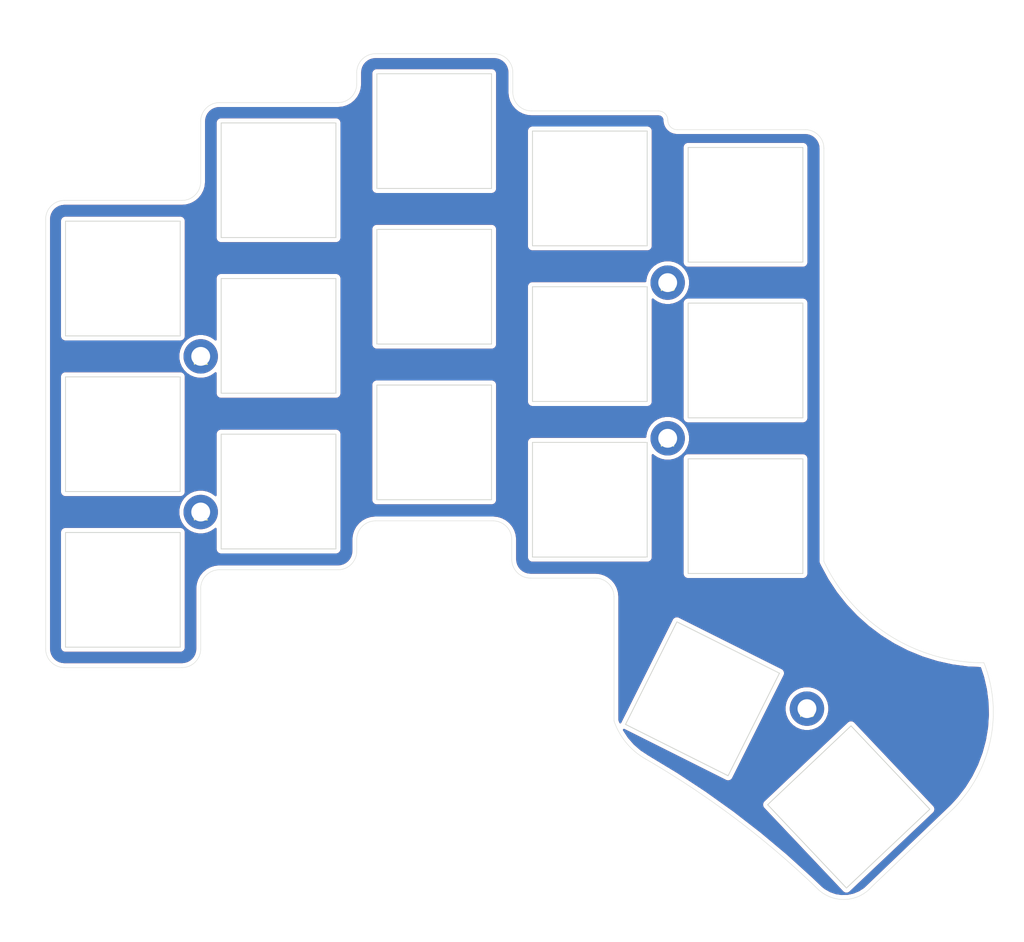
<source format=kicad_pcb>
(kicad_pcb (version 20171130) (host pcbnew 5.1.9)

  (general
    (thickness 1.6)
    (drawings 44)
    (tracks 0)
    (zones 0)
    (modules 22)
    (nets 1)
  )

  (page A4)
  (layers
    (0 F.Cu signal)
    (31 B.Cu signal)
    (32 B.Adhes user)
    (33 F.Adhes user)
    (34 B.Paste user)
    (35 F.Paste user)
    (36 B.SilkS user)
    (37 F.SilkS user)
    (38 B.Mask user)
    (39 F.Mask user)
    (40 Dwgs.User user)
    (41 Cmts.User user)
    (42 Eco1.User user)
    (43 Eco2.User user)
    (44 Edge.Cuts user)
    (45 Margin user)
    (46 B.CrtYd user)
    (47 F.CrtYd user)
    (48 B.Fab user)
    (49 F.Fab user)
  )

  (setup
    (last_trace_width 0.25)
    (trace_clearance 0.2)
    (zone_clearance 0.508)
    (zone_45_only no)
    (trace_min 0.2)
    (via_size 0.8)
    (via_drill 0.4)
    (via_min_size 0.4)
    (via_min_drill 0.3)
    (uvia_size 0.3)
    (uvia_drill 0.1)
    (uvias_allowed no)
    (uvia_min_size 0.2)
    (uvia_min_drill 0.1)
    (edge_width 0.05)
    (segment_width 0.2)
    (pcb_text_width 0.3)
    (pcb_text_size 1.5 1.5)
    (mod_edge_width 0.12)
    (mod_text_size 1 1)
    (mod_text_width 0.15)
    (pad_size 1.7526 2.0574)
    (pad_drill 1.0922)
    (pad_to_mask_clearance 0.051)
    (solder_mask_min_width 0.25)
    (aux_axis_origin 0 0)
    (visible_elements 7FFFFFFF)
    (pcbplotparams
      (layerselection 0x3ffff_ffffffff)
      (usegerberextensions false)
      (usegerberattributes false)
      (usegerberadvancedattributes false)
      (creategerberjobfile false)
      (excludeedgelayer true)
      (linewidth 0.100000)
      (plotframeref false)
      (viasonmask false)
      (mode 1)
      (useauxorigin false)
      (hpglpennumber 1)
      (hpglpenspeed 20)
      (hpglpendiameter 15.000000)
      (psnegative false)
      (psa4output false)
      (plotreference true)
      (plotvalue true)
      (plotinvisibletext false)
      (padsonsilk false)
      (subtractmaskfromsilk false)
      (outputformat 1)
      (mirror false)
      (drillshape 0)
      (scaleselection 1)
      (outputdirectory "gerber/"))
  )

  (net 0 "")

  (net_class Default "This is the default net class."
    (clearance 0.2)
    (trace_width 0.25)
    (via_dia 0.8)
    (via_drill 0.4)
    (uvia_dia 0.3)
    (uvia_drill 0.1)
  )

  (module footprints:hole-m2 (layer F.Cu) (tedit 5F7666C1) (tstamp 5FE25024)
    (at 113.5 91.5)
    (path /5FEC7DC2)
    (fp_text reference H5 (at 0 0.5) (layer F.SilkS)
      (effects (font (size 1 1) (thickness 0.15)))
    )
    (fp_text value MountingHole (at 0 -0.5) (layer F.Fab)
      (effects (font (size 1 1) (thickness 0.15)))
    )
    (pad "" thru_hole circle (at 0 0) (size 4.2 4.2) (drill 2.3) (layers *.Cu *.Mask))
  )

  (module footprints:hole-m2 (layer F.Cu) (tedit 5F7666C1) (tstamp 5FE2501F)
    (at 96.5 58.5)
    (path /5FEC7CD8)
    (fp_text reference H4 (at 0 0.5) (layer F.SilkS)
      (effects (font (size 1 1) (thickness 0.15)))
    )
    (fp_text value MountingHole (at 0 -0.5) (layer F.Fab)
      (effects (font (size 1 1) (thickness 0.15)))
    )
    (pad "" thru_hole circle (at 0 0) (size 4.2 4.2) (drill 2.3) (layers *.Cu *.Mask))
  )

  (module footprints:hole-m2 (layer F.Cu) (tedit 5F7666C1) (tstamp 5FE2501A)
    (at 96.5 39.5)
    (path /5FEC7769)
    (fp_text reference H3 (at 0 0.5) (layer F.SilkS)
      (effects (font (size 1 1) (thickness 0.15)))
    )
    (fp_text value MountingHole (at 0 -0.5) (layer F.Fab)
      (effects (font (size 1 1) (thickness 0.15)))
    )
    (pad "" thru_hole circle (at 0 0) (size 4.2 4.2) (drill 2.3) (layers *.Cu *.Mask))
  )

  (module footprints:hole-m2 (layer F.Cu) (tedit 5F7666C1) (tstamp 5FE25015)
    (at 39.5 67.5)
    (path /5FEC7496)
    (fp_text reference H2 (at 0 0.5) (layer F.SilkS)
      (effects (font (size 1 1) (thickness 0.15)))
    )
    (fp_text value MountingHole (at 0 -0.5) (layer F.Fab)
      (effects (font (size 1 1) (thickness 0.15)))
    )
    (pad "" thru_hole circle (at 0 0) (size 4.2 4.2) (drill 2.3) (layers *.Cu *.Mask))
  )

  (module footprints:hole-m2 (layer F.Cu) (tedit 5F7666C1) (tstamp 5FE25010)
    (at 39.5 48.5)
    (path /5FEC970B)
    (fp_text reference H1 (at 0 0.5) (layer F.SilkS)
      (effects (font (size 1 1) (thickness 0.15)))
    )
    (fp_text value MountingHole (at 0 -0.5) (layer F.Fab)
      (effects (font (size 1 1) (thickness 0.15)))
    )
    (pad "" thru_hole circle (at 0 0) (size 4.2 4.2) (drill 2.3) (layers *.Cu *.Mask))
  )

  (module footprints:hole-switch (layer F.Cu) (tedit 5FB3AA25) (tstamp 5E2B1CEC)
    (at 100.75 90.3 333.4)
    (path /5E37DEE2)
    (fp_text reference SW13 (at 0 3.175 153.4) (layer F.SilkS) hide
      (effects (font (size 1.27 1.524) (thickness 0.2032)))
    )
    (fp_text value switch (at 0 5.08 153.4) (layer F.SilkS) hide
      (effects (font (size 1.27 1.524) (thickness 0.2032)))
    )
    (fp_text user 1.00u (at -5.715 8.255 153.4) (layer Dwgs.User)
      (effects (font (size 1.524 1.524) (thickness 0.3048)))
    )
    (fp_line (start -7 7) (end -7 -7) (layer Edge.Cuts) (width 0.1))
    (fp_line (start 7 7) (end -7 7) (layer Edge.Cuts) (width 0.1))
    (fp_line (start 7 -7) (end 7 7) (layer Edge.Cuts) (width 0.1))
    (fp_line (start -7 -7) (end 7 -7) (layer Edge.Cuts) (width 0.1))
    (fp_line (start -9.5 9.5) (end -9.5 -9.5) (layer Dwgs.User) (width 0.1))
    (fp_line (start 9.5 9.5) (end -9.5 9.5) (layer Dwgs.User) (width 0.1))
    (fp_line (start 9.5 -9.5) (end 9.5 9.5) (layer Dwgs.User) (width 0.1))
    (fp_line (start -9.5 -9.5) (end 9.5 -9.5) (layer Dwgs.User) (width 0.1))
  )

  (module footprints:hole-switch (layer F.Cu) (tedit 5FB3AA25) (tstamp 5E2B1E04)
    (at 118.6 103.5 313.4)
    (path /5E38B27C)
    (fp_text reference SW17 (at 0 3.175 133.4) (layer F.SilkS) hide
      (effects (font (size 1.27 1.524) (thickness 0.2032)))
    )
    (fp_text value switch (at 0 5.08 133.4) (layer F.SilkS) hide
      (effects (font (size 1.27 1.524) (thickness 0.2032)))
    )
    (fp_text user 1.00u (at -5.715 8.255 133.4) (layer Dwgs.User)
      (effects (font (size 1.524 1.524) (thickness 0.3048)))
    )
    (fp_line (start -7 7) (end -7 -7) (layer Edge.Cuts) (width 0.1))
    (fp_line (start 7 7) (end -7 7) (layer Edge.Cuts) (width 0.1))
    (fp_line (start 7 -7) (end 7 7) (layer Edge.Cuts) (width 0.1))
    (fp_line (start -7 -7) (end 7 -7) (layer Edge.Cuts) (width 0.1))
    (fp_line (start -9.5 9.5) (end -9.5 -9.5) (layer Dwgs.User) (width 0.1))
    (fp_line (start 9.5 9.5) (end -9.5 9.5) (layer Dwgs.User) (width 0.1))
    (fp_line (start 9.5 -9.5) (end 9.5 9.5) (layer Dwgs.User) (width 0.1))
    (fp_line (start -9.5 -9.5) (end 9.5 -9.5) (layer Dwgs.User) (width 0.1))
  )

  (module footprints:hole-switch (layer F.Cu) (tedit 5FB3AA25) (tstamp 5E28869A)
    (at 106 68)
    (path /5E38B26F)
    (fp_text reference SW16 (at 0 3.175) (layer F.SilkS) hide
      (effects (font (size 1.27 1.524) (thickness 0.2032)))
    )
    (fp_text value switch (at 0 5.08) (layer F.SilkS) hide
      (effects (font (size 1.27 1.524) (thickness 0.2032)))
    )
    (fp_text user 1.00u (at -5.715 8.255) (layer Dwgs.User)
      (effects (font (size 1.524 1.524) (thickness 0.3048)))
    )
    (fp_line (start -7 7) (end -7 -7) (layer Edge.Cuts) (width 0.1))
    (fp_line (start 7 7) (end -7 7) (layer Edge.Cuts) (width 0.1))
    (fp_line (start 7 -7) (end 7 7) (layer Edge.Cuts) (width 0.1))
    (fp_line (start -7 -7) (end 7 -7) (layer Edge.Cuts) (width 0.1))
    (fp_line (start -9.5 9.5) (end -9.5 -9.5) (layer Dwgs.User) (width 0.1))
    (fp_line (start 9.5 9.5) (end -9.5 9.5) (layer Dwgs.User) (width 0.1))
    (fp_line (start 9.5 -9.5) (end 9.5 9.5) (layer Dwgs.User) (width 0.1))
    (fp_line (start -9.5 -9.5) (end 9.5 -9.5) (layer Dwgs.User) (width 0.1))
  )

  (module footprints:hole-switch (layer F.Cu) (tedit 5FB3AA25) (tstamp 5E28A9D4)
    (at 106 49)
    (path /5E38B262)
    (fp_text reference SW15 (at 0 3.175) (layer F.SilkS) hide
      (effects (font (size 1.27 1.524) (thickness 0.2032)))
    )
    (fp_text value switch (at 0 5.08) (layer F.SilkS) hide
      (effects (font (size 1.27 1.524) (thickness 0.2032)))
    )
    (fp_text user 1.00u (at -5.715 8.255) (layer Dwgs.User)
      (effects (font (size 1.524 1.524) (thickness 0.3048)))
    )
    (fp_line (start -7 7) (end -7 -7) (layer Edge.Cuts) (width 0.1))
    (fp_line (start 7 7) (end -7 7) (layer Edge.Cuts) (width 0.1))
    (fp_line (start 7 -7) (end 7 7) (layer Edge.Cuts) (width 0.1))
    (fp_line (start -7 -7) (end 7 -7) (layer Edge.Cuts) (width 0.1))
    (fp_line (start -9.5 9.5) (end -9.5 -9.5) (layer Dwgs.User) (width 0.1))
    (fp_line (start 9.5 9.5) (end -9.5 9.5) (layer Dwgs.User) (width 0.1))
    (fp_line (start 9.5 -9.5) (end 9.5 9.5) (layer Dwgs.User) (width 0.1))
    (fp_line (start -9.5 -9.5) (end 9.5 -9.5) (layer Dwgs.User) (width 0.1))
  )

  (module footprints:hole-switch (layer F.Cu) (tedit 5FB3AA25) (tstamp 5E28A9BD)
    (at 106 30)
    (path /5E38B255)
    (fp_text reference SW14 (at 0 3.175) (layer F.SilkS) hide
      (effects (font (size 1.27 1.524) (thickness 0.2032)))
    )
    (fp_text value switch (at 0 5.08) (layer F.SilkS) hide
      (effects (font (size 1.27 1.524) (thickness 0.2032)))
    )
    (fp_text user 1.00u (at -5.715 8.255) (layer Dwgs.User)
      (effects (font (size 1.524 1.524) (thickness 0.3048)))
    )
    (fp_line (start -7 7) (end -7 -7) (layer Edge.Cuts) (width 0.1))
    (fp_line (start 7 7) (end -7 7) (layer Edge.Cuts) (width 0.1))
    (fp_line (start 7 -7) (end 7 7) (layer Edge.Cuts) (width 0.1))
    (fp_line (start -7 -7) (end 7 -7) (layer Edge.Cuts) (width 0.1))
    (fp_line (start -9.5 9.5) (end -9.5 -9.5) (layer Dwgs.User) (width 0.1))
    (fp_line (start 9.5 9.5) (end -9.5 9.5) (layer Dwgs.User) (width 0.1))
    (fp_line (start 9.5 -9.5) (end 9.5 9.5) (layer Dwgs.User) (width 0.1))
    (fp_line (start -9.5 -9.5) (end 9.5 -9.5) (layer Dwgs.User) (width 0.1))
  )

  (module footprints:hole-switch (layer F.Cu) (tedit 5FB3AA25) (tstamp 5E28A98F)
    (at 87 66)
    (path /5E37DED5)
    (fp_text reference SW12 (at 0 3.175) (layer F.SilkS) hide
      (effects (font (size 1.27 1.524) (thickness 0.2032)))
    )
    (fp_text value switch (at 0 5.08) (layer F.SilkS) hide
      (effects (font (size 1.27 1.524) (thickness 0.2032)))
    )
    (fp_text user 1.00u (at -5.715 8.255) (layer Dwgs.User)
      (effects (font (size 1.524 1.524) (thickness 0.3048)))
    )
    (fp_line (start -7 7) (end -7 -7) (layer Edge.Cuts) (width 0.1))
    (fp_line (start 7 7) (end -7 7) (layer Edge.Cuts) (width 0.1))
    (fp_line (start 7 -7) (end 7 7) (layer Edge.Cuts) (width 0.1))
    (fp_line (start -7 -7) (end 7 -7) (layer Edge.Cuts) (width 0.1))
    (fp_line (start -9.5 9.5) (end -9.5 -9.5) (layer Dwgs.User) (width 0.1))
    (fp_line (start 9.5 9.5) (end -9.5 9.5) (layer Dwgs.User) (width 0.1))
    (fp_line (start 9.5 -9.5) (end 9.5 9.5) (layer Dwgs.User) (width 0.1))
    (fp_line (start -9.5 -9.5) (end 9.5 -9.5) (layer Dwgs.User) (width 0.1))
  )

  (module footprints:hole-switch (layer F.Cu) (tedit 5FB3AA25) (tstamp 5E28A978)
    (at 87 47)
    (path /5E37DEC8)
    (fp_text reference SW11 (at 0 3.175) (layer F.SilkS) hide
      (effects (font (size 1.27 1.524) (thickness 0.2032)))
    )
    (fp_text value switch (at 0 5.08) (layer F.SilkS) hide
      (effects (font (size 1.27 1.524) (thickness 0.2032)))
    )
    (fp_text user 1.00u (at -5.715 8.255) (layer Dwgs.User)
      (effects (font (size 1.524 1.524) (thickness 0.3048)))
    )
    (fp_line (start -7 7) (end -7 -7) (layer Edge.Cuts) (width 0.1))
    (fp_line (start 7 7) (end -7 7) (layer Edge.Cuts) (width 0.1))
    (fp_line (start 7 -7) (end 7 7) (layer Edge.Cuts) (width 0.1))
    (fp_line (start -7 -7) (end 7 -7) (layer Edge.Cuts) (width 0.1))
    (fp_line (start -9.5 9.5) (end -9.5 -9.5) (layer Dwgs.User) (width 0.1))
    (fp_line (start 9.5 9.5) (end -9.5 9.5) (layer Dwgs.User) (width 0.1))
    (fp_line (start 9.5 -9.5) (end 9.5 9.5) (layer Dwgs.User) (width 0.1))
    (fp_line (start -9.5 -9.5) (end 9.5 -9.5) (layer Dwgs.User) (width 0.1))
  )

  (module footprints:hole-switch (layer F.Cu) (tedit 5FB3AA25) (tstamp 5E28A961)
    (at 87 28)
    (path /5E37DEBB)
    (fp_text reference SW10 (at 0 3.175) (layer F.SilkS) hide
      (effects (font (size 1.27 1.524) (thickness 0.2032)))
    )
    (fp_text value switch (at 0 5.08) (layer F.SilkS) hide
      (effects (font (size 1.27 1.524) (thickness 0.2032)))
    )
    (fp_text user 1.00u (at -5.715 8.255) (layer Dwgs.User)
      (effects (font (size 1.524 1.524) (thickness 0.3048)))
    )
    (fp_line (start -7 7) (end -7 -7) (layer Edge.Cuts) (width 0.1))
    (fp_line (start 7 7) (end -7 7) (layer Edge.Cuts) (width 0.1))
    (fp_line (start 7 -7) (end 7 7) (layer Edge.Cuts) (width 0.1))
    (fp_line (start -7 -7) (end 7 -7) (layer Edge.Cuts) (width 0.1))
    (fp_line (start -9.5 9.5) (end -9.5 -9.5) (layer Dwgs.User) (width 0.1))
    (fp_line (start 9.5 9.5) (end -9.5 9.5) (layer Dwgs.User) (width 0.1))
    (fp_line (start 9.5 -9.5) (end 9.5 9.5) (layer Dwgs.User) (width 0.1))
    (fp_line (start -9.5 -9.5) (end 9.5 -9.5) (layer Dwgs.User) (width 0.1))
  )

  (module footprints:hole-switch (layer F.Cu) (tedit 5FB3AA25) (tstamp 5E28A91C)
    (at 68 59)
    (path /5E37DE9A)
    (fp_text reference SW9 (at 0 3.175) (layer F.SilkS) hide
      (effects (font (size 1.27 1.524) (thickness 0.2032)))
    )
    (fp_text value switch (at 0 5.08) (layer F.SilkS) hide
      (effects (font (size 1.27 1.524) (thickness 0.2032)))
    )
    (fp_text user 1.00u (at -5.715 8.255) (layer Dwgs.User)
      (effects (font (size 1.524 1.524) (thickness 0.3048)))
    )
    (fp_line (start -7 7) (end -7 -7) (layer Edge.Cuts) (width 0.1))
    (fp_line (start 7 7) (end -7 7) (layer Edge.Cuts) (width 0.1))
    (fp_line (start 7 -7) (end 7 7) (layer Edge.Cuts) (width 0.1))
    (fp_line (start -7 -7) (end 7 -7) (layer Edge.Cuts) (width 0.1))
    (fp_line (start -9.5 9.5) (end -9.5 -9.5) (layer Dwgs.User) (width 0.1))
    (fp_line (start 9.5 9.5) (end -9.5 9.5) (layer Dwgs.User) (width 0.1))
    (fp_line (start 9.5 -9.5) (end 9.5 9.5) (layer Dwgs.User) (width 0.1))
    (fp_line (start -9.5 -9.5) (end 9.5 -9.5) (layer Dwgs.User) (width 0.1))
  )

  (module footprints:hole-switch (layer F.Cu) (tedit 5FB3AA25) (tstamp 5E28A905)
    (at 68 40)
    (path /5E37DE8D)
    (fp_text reference SW8 (at 0 3.175) (layer F.SilkS) hide
      (effects (font (size 1.27 1.524) (thickness 0.2032)))
    )
    (fp_text value switch (at 0 5.08) (layer F.SilkS) hide
      (effects (font (size 1.27 1.524) (thickness 0.2032)))
    )
    (fp_text user 1.00u (at -5.715 8.255) (layer Dwgs.User)
      (effects (font (size 1.524 1.524) (thickness 0.3048)))
    )
    (fp_line (start -7 7) (end -7 -7) (layer Edge.Cuts) (width 0.1))
    (fp_line (start 7 7) (end -7 7) (layer Edge.Cuts) (width 0.1))
    (fp_line (start 7 -7) (end 7 7) (layer Edge.Cuts) (width 0.1))
    (fp_line (start -7 -7) (end 7 -7) (layer Edge.Cuts) (width 0.1))
    (fp_line (start -9.5 9.5) (end -9.5 -9.5) (layer Dwgs.User) (width 0.1))
    (fp_line (start 9.5 9.5) (end -9.5 9.5) (layer Dwgs.User) (width 0.1))
    (fp_line (start 9.5 -9.5) (end 9.5 9.5) (layer Dwgs.User) (width 0.1))
    (fp_line (start -9.5 -9.5) (end 9.5 -9.5) (layer Dwgs.User) (width 0.1))
  )

  (module footprints:hole-switch (layer F.Cu) (tedit 5FB3AA25) (tstamp 5E28A8EE)
    (at 68 21)
    (path /5E37DE80)
    (fp_text reference SW7 (at 0 3.175) (layer F.SilkS) hide
      (effects (font (size 1.27 1.524) (thickness 0.2032)))
    )
    (fp_text value switch (at 0 5.08) (layer F.SilkS) hide
      (effects (font (size 1.27 1.524) (thickness 0.2032)))
    )
    (fp_text user 1.00u (at -5.715 8.255) (layer Dwgs.User)
      (effects (font (size 1.524 1.524) (thickness 0.3048)))
    )
    (fp_line (start -7 7) (end -7 -7) (layer Edge.Cuts) (width 0.1))
    (fp_line (start 7 7) (end -7 7) (layer Edge.Cuts) (width 0.1))
    (fp_line (start 7 -7) (end 7 7) (layer Edge.Cuts) (width 0.1))
    (fp_line (start -7 -7) (end 7 -7) (layer Edge.Cuts) (width 0.1))
    (fp_line (start -9.5 9.5) (end -9.5 -9.5) (layer Dwgs.User) (width 0.1))
    (fp_line (start 9.5 9.5) (end -9.5 9.5) (layer Dwgs.User) (width 0.1))
    (fp_line (start 9.5 -9.5) (end 9.5 9.5) (layer Dwgs.User) (width 0.1))
    (fp_line (start -9.5 -9.5) (end 9.5 -9.5) (layer Dwgs.User) (width 0.1))
  )

  (module footprints:hole-switch (layer F.Cu) (tedit 5FB3AA25) (tstamp 5E28A8A9)
    (at 49 65)
    (path /5E36F4B3)
    (fp_text reference SW6 (at 0 3.175) (layer F.SilkS) hide
      (effects (font (size 1.27 1.524) (thickness 0.2032)))
    )
    (fp_text value switch (at 0 5.08) (layer F.SilkS) hide
      (effects (font (size 1.27 1.524) (thickness 0.2032)))
    )
    (fp_text user 1.00u (at -5.715 8.255) (layer Dwgs.User)
      (effects (font (size 1.524 1.524) (thickness 0.3048)))
    )
    (fp_line (start -7 7) (end -7 -7) (layer Edge.Cuts) (width 0.1))
    (fp_line (start 7 7) (end -7 7) (layer Edge.Cuts) (width 0.1))
    (fp_line (start 7 -7) (end 7 7) (layer Edge.Cuts) (width 0.1))
    (fp_line (start -7 -7) (end 7 -7) (layer Edge.Cuts) (width 0.1))
    (fp_line (start -9.5 9.5) (end -9.5 -9.5) (layer Dwgs.User) (width 0.1))
    (fp_line (start 9.5 9.5) (end -9.5 9.5) (layer Dwgs.User) (width 0.1))
    (fp_line (start 9.5 -9.5) (end 9.5 9.5) (layer Dwgs.User) (width 0.1))
    (fp_line (start -9.5 -9.5) (end 9.5 -9.5) (layer Dwgs.User) (width 0.1))
  )

  (module footprints:hole-switch (layer F.Cu) (tedit 5FB3AA25) (tstamp 5E28A892)
    (at 49 46)
    (path /5E36F4A6)
    (fp_text reference SW5 (at 0 3.175) (layer F.SilkS) hide
      (effects (font (size 1.27 1.524) (thickness 0.2032)))
    )
    (fp_text value switch (at 0 5.08) (layer F.SilkS) hide
      (effects (font (size 1.27 1.524) (thickness 0.2032)))
    )
    (fp_text user 1.00u (at -5.715 8.255) (layer Dwgs.User)
      (effects (font (size 1.524 1.524) (thickness 0.3048)))
    )
    (fp_line (start -7 7) (end -7 -7) (layer Edge.Cuts) (width 0.1))
    (fp_line (start 7 7) (end -7 7) (layer Edge.Cuts) (width 0.1))
    (fp_line (start 7 -7) (end 7 7) (layer Edge.Cuts) (width 0.1))
    (fp_line (start -7 -7) (end 7 -7) (layer Edge.Cuts) (width 0.1))
    (fp_line (start -9.5 9.5) (end -9.5 -9.5) (layer Dwgs.User) (width 0.1))
    (fp_line (start 9.5 9.5) (end -9.5 9.5) (layer Dwgs.User) (width 0.1))
    (fp_line (start 9.5 -9.5) (end 9.5 9.5) (layer Dwgs.User) (width 0.1))
    (fp_line (start -9.5 -9.5) (end 9.5 -9.5) (layer Dwgs.User) (width 0.1))
  )

  (module footprints:hole-switch (layer F.Cu) (tedit 5FB3AA25) (tstamp 5E28A87B)
    (at 49 27)
    (path /5E36F499)
    (fp_text reference SW4 (at 0 3.175) (layer F.SilkS) hide
      (effects (font (size 1.27 1.524) (thickness 0.2032)))
    )
    (fp_text value switch (at 0 5.08) (layer F.SilkS) hide
      (effects (font (size 1.27 1.524) (thickness 0.2032)))
    )
    (fp_text user 1.00u (at -5.715 8.255) (layer Dwgs.User)
      (effects (font (size 1.524 1.524) (thickness 0.3048)))
    )
    (fp_line (start -7 7) (end -7 -7) (layer Edge.Cuts) (width 0.1))
    (fp_line (start 7 7) (end -7 7) (layer Edge.Cuts) (width 0.1))
    (fp_line (start 7 -7) (end 7 7) (layer Edge.Cuts) (width 0.1))
    (fp_line (start -7 -7) (end 7 -7) (layer Edge.Cuts) (width 0.1))
    (fp_line (start -9.5 9.5) (end -9.5 -9.5) (layer Dwgs.User) (width 0.1))
    (fp_line (start 9.5 9.5) (end -9.5 9.5) (layer Dwgs.User) (width 0.1))
    (fp_line (start 9.5 -9.5) (end 9.5 9.5) (layer Dwgs.User) (width 0.1))
    (fp_line (start -9.5 -9.5) (end 9.5 -9.5) (layer Dwgs.User) (width 0.1))
  )

  (module footprints:hole-switch (layer F.Cu) (tedit 5FB3AA25) (tstamp 5E28A84D)
    (at 30 77)
    (path /5E366E44)
    (fp_text reference SW3 (at 0 3.175) (layer F.SilkS) hide
      (effects (font (size 1.27 1.524) (thickness 0.2032)))
    )
    (fp_text value switch (at 0 5.08) (layer F.SilkS) hide
      (effects (font (size 1.27 1.524) (thickness 0.2032)))
    )
    (fp_text user 1.00u (at -5.715 8.255) (layer Dwgs.User)
      (effects (font (size 1.524 1.524) (thickness 0.3048)))
    )
    (fp_line (start -7 7) (end -7 -7) (layer Edge.Cuts) (width 0.1))
    (fp_line (start 7 7) (end -7 7) (layer Edge.Cuts) (width 0.1))
    (fp_line (start 7 -7) (end 7 7) (layer Edge.Cuts) (width 0.1))
    (fp_line (start -7 -7) (end 7 -7) (layer Edge.Cuts) (width 0.1))
    (fp_line (start -9.5 9.5) (end -9.5 -9.5) (layer Dwgs.User) (width 0.1))
    (fp_line (start 9.5 9.5) (end -9.5 9.5) (layer Dwgs.User) (width 0.1))
    (fp_line (start 9.5 -9.5) (end 9.5 9.5) (layer Dwgs.User) (width 0.1))
    (fp_line (start -9.5 -9.5) (end 9.5 -9.5) (layer Dwgs.User) (width 0.1))
  )

  (module footprints:hole-switch (layer F.Cu) (tedit 5FB3AA25) (tstamp 5E28A836)
    (at 30 58)
    (path /5E363F7D)
    (fp_text reference SW2 (at 0 3.175) (layer F.SilkS) hide
      (effects (font (size 1.27 1.524) (thickness 0.2032)))
    )
    (fp_text value switch (at 0 5.08) (layer F.SilkS) hide
      (effects (font (size 1.27 1.524) (thickness 0.2032)))
    )
    (fp_text user 1.00u (at -5.715 8.255) (layer Dwgs.User)
      (effects (font (size 1.524 1.524) (thickness 0.3048)))
    )
    (fp_line (start -7 7) (end -7 -7) (layer Edge.Cuts) (width 0.1))
    (fp_line (start 7 7) (end -7 7) (layer Edge.Cuts) (width 0.1))
    (fp_line (start 7 -7) (end 7 7) (layer Edge.Cuts) (width 0.1))
    (fp_line (start -7 -7) (end 7 -7) (layer Edge.Cuts) (width 0.1))
    (fp_line (start -9.5 9.5) (end -9.5 -9.5) (layer Dwgs.User) (width 0.1))
    (fp_line (start 9.5 9.5) (end -9.5 9.5) (layer Dwgs.User) (width 0.1))
    (fp_line (start 9.5 -9.5) (end 9.5 9.5) (layer Dwgs.User) (width 0.1))
    (fp_line (start -9.5 -9.5) (end 9.5 -9.5) (layer Dwgs.User) (width 0.1))
  )

  (module footprints:hole-switch (layer F.Cu) (tedit 5FB3AA25) (tstamp 5E28A81F)
    (at 30 39)
    (path /5E360FEB)
    (fp_text reference SW1 (at 0 3.175) (layer F.SilkS) hide
      (effects (font (size 1.27 1.524) (thickness 0.2032)))
    )
    (fp_text value switch (at 0 5.08) (layer F.SilkS) hide
      (effects (font (size 1.27 1.524) (thickness 0.2032)))
    )
    (fp_text user 1.00u (at -5.715 8.255) (layer Dwgs.User)
      (effects (font (size 1.524 1.524) (thickness 0.3048)))
    )
    (fp_line (start -7 7) (end -7 -7) (layer Edge.Cuts) (width 0.1))
    (fp_line (start 7 7) (end -7 7) (layer Edge.Cuts) (width 0.1))
    (fp_line (start 7 -7) (end 7 7) (layer Edge.Cuts) (width 0.1))
    (fp_line (start -7 -7) (end 7 -7) (layer Edge.Cuts) (width 0.1))
    (fp_line (start -9.5 9.5) (end -9.5 -9.5) (layer Dwgs.User) (width 0.1))
    (fp_line (start 9.5 9.5) (end -9.5 9.5) (layer Dwgs.User) (width 0.1))
    (fp_line (start 9.5 -9.5) (end 9.5 9.5) (layer Dwgs.User) (width 0.1))
    (fp_line (start -9.5 -9.5) (end 9.5 -9.5) (layer Dwgs.User) (width 0.1))
  )

  (gr_arc (start 113.284 23.114) (end 115.57 23.114) (angle -90) (layer Edge.Cuts) (width 0.05) (tstamp 603E4844))
  (gr_line (start 58.547 13.843) (end 58.547 15.24) (layer Edge.Cuts) (width 0.05) (tstamp 603E4828))
  (gr_line (start 77.597 13.843) (end 77.597 15.24) (layer Edge.Cuts) (width 0.05) (tstamp 603E4827))
  (gr_line (start 135.0518 85.905959) (end 135.112498 85.912138) (layer Edge.Cuts) (width 0.05) (tstamp 603E477E))
  (gr_arc (start 135.128 64.262) (end 115.570001 73.532999) (angle -64.43612008) (layer Edge.Cuts) (width 0.05))
  (gr_line (start 115.57 23.114) (end 115.57 73.533) (layer Edge.Cuts) (width 0.05))
  (gr_arc (start 98 90.24) (end 89.948 93) (angle -41.7434962) (layer Edge.Cuts) (width 0.05))
  (gr_arc (start 97.663 19.685) (end 96.52 19.685) (angle -90) (layer Edge.Cuts) (width 0.05) (tstamp 603EFC37))
  (gr_arc (start 95.377 19.685) (end 96.52 19.685) (angle -90) (layer Edge.Cuts) (width 0.05))
  (gr_line (start 77.47 70.866) (end 77.47 73.279) (layer Edge.Cuts) (width 0.05) (tstamp 603EF26E))
  (gr_line (start 39.497 76.835) (end 39.497 84.201) (layer Edge.Cuts) (width 0.05))
  (gr_arc (start 119.634 91.948) (end 131.444999 103.631999) (angle -65.99366272) (layer Edge.Cuts) (width 0.05))
  (gr_line (start 121.420702 113.230127) (end 131.445 103.632) (layer Edge.Cuts) (width 0.05))
  (gr_arc (start 117.983 110.236) (end 114.960312 113.648616) (angle -90.47776018) (layer Edge.Cuts) (width 0.05))
  (gr_arc (start 39.664189 191.21908) (end 114.960311 113.648617) (angle -14.07904365) (layer Edge.Cuts) (width 0.05))
  (gr_line (start 89.948 77.851) (end 89.948 93) (layer Edge.Cuts) (width 0.05))
  (gr_arc (start 87.662 77.851) (end 89.948 77.851) (angle -90) (layer Edge.Cuts) (width 0.05) (tstamp 603EEE71))
  (gr_line (start 79.756 75.565) (end 87.662 75.565) (layer Edge.Cuts) (width 0.05))
  (gr_line (start 60.833 68.58) (end 75.184 68.58) (layer Edge.Cuts) (width 0.05) (tstamp 603EEE6C))
  (gr_arc (start 79.756 73.279) (end 77.47 73.279) (angle -90) (layer Edge.Cuts) (width 0.05) (tstamp 603EEE67))
  (gr_arc (start 75.184 70.866) (end 77.47 70.866) (angle -90) (layer Edge.Cuts) (width 0.05) (tstamp 603EEE61))
  (gr_line (start 58.547 70.866) (end 58.547 72.263) (layer Edge.Cuts) (width 0.05) (tstamp 603EEE5D))
  (gr_arc (start 60.833 70.866) (end 60.833 68.58) (angle -90) (layer Edge.Cuts) (width 0.05) (tstamp 603EEE58))
  (gr_line (start 41.783 74.549) (end 56.261 74.549) (layer Edge.Cuts) (width 0.05))
  (gr_arc (start 56.261 72.263) (end 56.261 74.549) (angle -90) (layer Edge.Cuts) (width 0.05) (tstamp 603EEE52))
  (gr_arc (start 41.783 76.835) (end 41.783 74.549) (angle -90) (layer Edge.Cuts) (width 0.05) (tstamp 603EEE4A))
  (gr_arc (start 37.211 84.201) (end 37.211 86.487) (angle -90) (layer Edge.Cuts) (width 0.05) (tstamp 603EEE43))
  (gr_arc (start 22.86 84.201) (end 20.574 84.201) (angle -90) (layer Edge.Cuts) (width 0.05) (tstamp 603EEDEE))
  (gr_arc (start 22.86 31.75) (end 22.86 29.464) (angle -90) (layer Edge.Cuts) (width 0.05) (tstamp 603EEDE6))
  (gr_arc (start 37.211 27.178) (end 37.211 29.464) (angle -90) (layer Edge.Cuts) (width 0.05) (tstamp 603EEDD4))
  (gr_arc (start 79.883 16.256) (end 77.597 16.256) (angle -90) (layer Edge.Cuts) (width 0.05) (tstamp 603EEDB6))
  (gr_arc (start 75.311 13.843) (end 77.597 13.843) (angle -90) (layer Edge.Cuts) (width 0.05) (tstamp 603EEDA8))
  (gr_arc (start 60.833 13.843) (end 60.833 11.557) (angle -90) (layer Edge.Cuts) (width 0.05) (tstamp 603EED9F))
  (gr_arc (start 56.261 15.24) (end 56.261 17.526) (angle -90) (layer Edge.Cuts) (width 0.05) (tstamp 603EED94))
  (gr_arc (start 41.783 19.812) (end 41.783 17.526) (angle -90) (layer Edge.Cuts) (width 0.05))
  (gr_line (start 22.86 86.487) (end 37.211 86.487) (layer Edge.Cuts) (width 0.05))
  (gr_line (start 20.574 31.75) (end 20.574 84.201) (layer Edge.Cuts) (width 0.05))
  (gr_line (start 37.211 29.464) (end 22.86 29.464) (layer Edge.Cuts) (width 0.05))
  (gr_line (start 39.497 19.812) (end 39.497 27.178) (layer Edge.Cuts) (width 0.05))
  (gr_line (start 56.261 17.526) (end 41.783 17.526) (layer Edge.Cuts) (width 0.05))
  (gr_line (start 75.311 11.557) (end 60.833 11.557) (layer Edge.Cuts) (width 0.05))
  (gr_line (start 77.597 16.256) (end 77.597 15.24) (layer Edge.Cuts) (width 0.05))
  (gr_line (start 95.377 18.542) (end 79.883 18.542) (layer Edge.Cuts) (width 0.05))
  (gr_line (start 113.284 20.828) (end 97.663 20.828) (layer Edge.Cuts) (width 0.05))

  (zone (net 0) (net_name "") (layer F.Cu) (tstamp 603E8799) (hatch edge 0.508)
    (connect_pads (clearance 0.508))
    (min_thickness 0.254)
    (fill yes (arc_segments 32) (thermal_gap 0.508) (thermal_bridge_width 0.508))
    (polygon
      (pts
        (xy 140 120) (xy 15 120) (xy 15 5) (xy 140 5)
      )
    )
    (filled_polygon
      (pts
        (xy 75.62621 12.251072) (xy 75.929413 12.342614) (xy 76.209064 12.491307) (xy 76.454505 12.691484) (xy 76.656391 12.935521)
        (xy 76.807031 13.214125) (xy 76.90069 13.516688) (xy 76.937 13.862158) (xy 76.937001 15.207581) (xy 76.937 16.288418)
        (xy 76.939871 16.317571) (xy 76.939772 16.331776) (xy 76.940672 16.340947) (xy 76.987307 16.784652) (xy 76.999326 16.843202)
        (xy 77.010543 16.902009) (xy 77.013207 16.910831) (xy 77.145137 17.337029) (xy 77.168316 17.392169) (xy 77.190726 17.447636)
        (xy 77.195053 17.455773) (xy 77.407252 17.848227) (xy 77.440691 17.897802) (xy 77.473456 17.947873) (xy 77.479281 17.955015)
        (xy 77.763667 18.298778) (xy 77.806084 18.3409) (xy 77.847966 18.383669) (xy 77.855067 18.389543) (xy 78.200808 18.671522)
        (xy 78.250635 18.704626) (xy 78.29999 18.738421) (xy 78.308096 18.742804) (xy 78.702022 18.952258) (xy 78.757349 18.975062)
        (xy 78.812309 18.998618) (xy 78.821112 19.001343) (xy 79.248219 19.130294) (xy 79.306907 19.141914) (xy 79.36541 19.15435)
        (xy 79.374575 19.155313) (xy 79.818594 19.19885) (xy 79.818598 19.19885) (xy 79.850581 19.202) (xy 95.344723 19.202)
        (xy 95.470202 19.214303) (xy 95.559849 19.24137) (xy 95.642537 19.285335) (xy 95.715106 19.344522) (xy 95.774804 19.416684)
        (xy 95.819341 19.499054) (xy 95.847034 19.588515) (xy 95.862841 19.738909) (xy 95.862744 19.752796) (xy 95.863643 19.761967)
        (xy 95.88696 19.983819) (xy 95.898995 20.042448) (xy 95.910198 20.101178) (xy 95.912861 20.11) (xy 95.978826 20.323097)
        (xy 96.001993 20.378207) (xy 96.024416 20.433707) (xy 96.028743 20.441843) (xy 96.134843 20.63807) (xy 96.16827 20.687627)
        (xy 96.201046 20.737715) (xy 96.206871 20.744857) (xy 96.349064 20.916739) (xy 96.391499 20.958878) (xy 96.433362 21.001628)
        (xy 96.440462 21.007501) (xy 96.613332 21.148491) (xy 96.663138 21.181582) (xy 96.712517 21.215392) (xy 96.720623 21.219775)
        (xy 96.917587 21.324502) (xy 96.972864 21.347285) (xy 97.027871 21.370862) (xy 97.036675 21.373586) (xy 97.250227 21.438062)
        (xy 97.30889 21.449678) (xy 97.367421 21.462119) (xy 97.376582 21.463082) (xy 97.376586 21.463082) (xy 97.598596 21.48485)
        (xy 97.598598 21.48485) (xy 97.630581 21.488) (xy 113.251721 21.488) (xy 113.59921 21.522072) (xy 113.902413 21.613614)
        (xy 114.182064 21.762307) (xy 114.427505 21.962484) (xy 114.629391 22.206521) (xy 114.780031 22.485125) (xy 114.87369 22.787688)
        (xy 114.91 23.133158) (xy 114.910001 73.565419) (xy 114.919551 73.662383) (xy 114.957291 73.786793) (xy 114.981433 73.83196)
        (xy 115.096161 74.070029) (xy 115.10035 74.077848) (xy 115.110968 74.098915) (xy 115.995303 75.72439) (xy 115.999161 75.730811)
        (xy 116.002608 75.737462) (xy 116.024364 75.772759) (xy 117.04431 77.316755) (xy 117.048697 77.322816) (xy 117.052704 77.329155)
        (xy 117.077396 77.362464) (xy 118.225498 78.813697) (xy 118.230394 78.81937) (xy 118.234921 78.825334) (xy 118.262329 78.856369)
        (xy 118.262367 78.856413) (xy 118.262378 78.856424) (xy 119.530233 80.204275) (xy 119.535589 80.209502) (xy 119.540615 80.215065)
        (xy 119.570616 80.243685) (xy 120.948978 81.478323) (xy 120.954762 81.483074) (xy 120.960244 81.488187) (xy 120.992579 81.51414)
        (xy 122.471364 82.626531) (xy 122.477525 82.630766) (xy 122.483431 82.635397) (xy 122.517865 82.658493) (xy 124.086261 83.640505)
        (xy 124.092777 83.644207) (xy 124.099042 83.648307) (xy 124.135323 83.668378) (xy 125.781867 84.512834) (xy 125.788673 84.515965)
        (xy 125.795268 84.519516) (xy 125.833097 84.536399) (xy 125.83313 84.536414) (xy 125.833138 84.536417) (xy 127.545789 85.23714)
        (xy 127.552834 85.239677) (xy 127.559711 85.242653) (xy 127.598879 85.256256) (xy 129.365132 85.808132) (xy 129.372363 85.810056)
        (xy 129.379474 85.812436) (xy 129.419661 85.822643) (xy 131.226597 86.221634) (xy 131.233971 86.222935) (xy 131.241255 86.224697)
        (xy 131.282166 86.231434) (xy 133.11658 86.474624) (xy 133.124047 86.475291) (xy 133.131446 86.476423) (xy 133.172783 86.479641)
        (xy 134.629011 86.547085) (xy 134.991495 87.630223) (xy 135.339543 89.149472) (xy 135.537676 90.695413) (xy 135.584004 92.253317)
        (xy 135.478088 93.808305) (xy 135.220935 95.345544) (xy 134.815003 96.850344) (xy 134.264163 98.308359) (xy 133.573684 99.705646)
        (xy 132.750139 101.028901) (xy 131.799277 102.268239) (xy 130.972925 103.17025) (xy 120.96476 112.75293) (xy 120.405405 113.287371)
        (xy 119.808779 113.677721) (xy 119.150995 113.952813) (xy 118.454104 114.103425) (xy 117.741434 114.124516) (xy 117.036856 114.015381)
        (xy 116.363959 113.779674) (xy 115.735172 113.419493) (xy 115.39379 113.149947) (xy 114.217444 112.025489) (xy 114.213696 112.022042)
        (xy 114.204461 112.013409) (xy 111.128091 109.227) (xy 111.126346 109.225479) (xy 111.124665 109.223919) (xy 111.109128 109.210475)
        (xy 111.108987 109.210352) (xy 111.108961 109.210331) (xy 107.927921 106.544092) (xy 107.926111 106.542634) (xy 107.924379 106.541145)
        (xy 107.908191 106.52819) (xy 104.627118 103.98601) (xy 104.625249 103.984618) (xy 104.623465 103.983201) (xy 104.606977 103.971014)
        (xy 104.606792 103.970876) (xy 104.606757 103.970852) (xy 103.534908 103.204372) (xy 108.016321 103.204372) (xy 108.025791 103.338971)
        (xy 108.06134 103.469137) (xy 108.121599 103.589867) (xy 108.174836 103.658561) (xy 108.204254 103.696521) (xy 108.229778 103.718689)
        (xy 117.802773 113.841848) (xy 117.823479 113.868566) (xy 117.848999 113.890731) (xy 117.849005 113.890737) (xy 117.925352 113.957046)
        (xy 118.04253 114.023951) (xy 118.170509 114.06671) (xy 118.304371 114.08368) (xy 118.438971 114.074209) (xy 118.569138 114.03866)
        (xy 118.689868 113.978401) (xy 118.796522 113.895746) (xy 118.818694 113.870218) (xy 128.941844 104.297231) (xy 128.968567 104.276521)
        (xy 129.001192 104.238957) (xy 129.057046 104.174648) (xy 129.123951 104.05747) (xy 129.16671 103.929491) (xy 129.18368 103.795629)
        (xy 129.174209 103.661029) (xy 129.13866 103.530862) (xy 129.078401 103.410132) (xy 129.028585 103.345852) (xy 129.016457 103.330202)
        (xy 129.016455 103.3302) (xy 128.995746 103.303478) (xy 128.970223 103.281311) (xy 119.397231 93.158156) (xy 119.376521 93.131433)
        (xy 119.345228 93.104254) (xy 119.274647 93.042954) (xy 119.157469 92.976049) (xy 119.02949 92.93329) (xy 118.895629 92.91632)
        (xy 118.761029 92.925791) (xy 118.630862 92.96134) (xy 118.510132 93.021599) (xy 118.430202 93.083543) (xy 118.430195 93.083549)
        (xy 118.403479 93.104254) (xy 118.381315 93.129773) (xy 108.258152 102.702773) (xy 108.231434 102.723479) (xy 108.209269 102.748999)
        (xy 108.209263 102.749005) (xy 108.185177 102.776738) (xy 108.142954 102.825353) (xy 108.076049 102.942531) (xy 108.03329 103.07051)
        (xy 108.016321 103.204372) (xy 103.534908 103.204372) (xy 101.230548 101.556524) (xy 101.228649 101.555221) (xy 101.226791 101.553857)
        (xy 101.209656 101.542182) (xy 97.743219 99.259215) (xy 97.741251 99.257972) (xy 97.739362 99.256695) (xy 97.721792 99.245686)
        (xy 94.207152 97.119778) (xy 94.197239 97.112106) (xy 94.191478 97.108288) (xy 93.260639 96.498323) (xy 92.455138 95.797217)
        (xy 91.752242 94.99328) (xy 91.164953 94.101383) (xy 91.160862 94.09283) (xy 103.537974 100.290827) (xy 103.566568 100.308851)
        (xy 103.598129 100.320951) (xy 103.598136 100.320954) (xy 103.692559 100.357152) (xy 103.825553 100.379945) (xy 103.825554 100.379945)
        (xy 103.892996 100.378149) (xy 103.960439 100.376354) (xy 104.092031 100.346517) (xy 104.215275 100.291581) (xy 104.325433 100.213657)
        (xy 104.418272 100.115739) (xy 104.490225 100.001592) (xy 104.502332 99.970012) (xy 108.878691 91.230626) (xy 110.765 91.230626)
        (xy 110.765 91.769374) (xy 110.870105 92.29777) (xy 111.076275 92.795508) (xy 111.375587 93.243461) (xy 111.756539 93.624413)
        (xy 112.204492 93.923725) (xy 112.70223 94.129895) (xy 113.230626 94.235) (xy 113.769374 94.235) (xy 114.29777 94.129895)
        (xy 114.795508 93.923725) (xy 115.243461 93.624413) (xy 115.624413 93.243461) (xy 115.923725 92.795508) (xy 116.129895 92.29777)
        (xy 116.235 91.769374) (xy 116.235 91.230626) (xy 116.129895 90.70223) (xy 115.923725 90.204492) (xy 115.624413 89.756539)
        (xy 115.243461 89.375587) (xy 114.795508 89.076275) (xy 114.29777 88.870105) (xy 113.769374 88.765) (xy 113.230626 88.765)
        (xy 112.70223 88.870105) (xy 112.204492 89.076275) (xy 111.756539 89.375587) (xy 111.375587 89.756539) (xy 111.076275 90.204492)
        (xy 110.870105 90.70223) (xy 110.765 91.230626) (xy 108.878691 91.230626) (xy 110.740823 87.512035) (xy 110.758852 87.483433)
        (xy 110.807152 87.357441) (xy 110.829945 87.224447) (xy 110.826354 87.089561) (xy 110.796517 86.957968) (xy 110.741582 86.834725)
        (xy 110.663657 86.724566) (xy 110.565739 86.631727) (xy 110.480193 86.577804) (xy 110.451592 86.559775) (xy 110.42002 86.547672)
        (xy 97.962039 80.30918) (xy 97.933433 80.291148) (xy 97.807441 80.242848) (xy 97.674447 80.220055) (xy 97.674446 80.220055)
        (xy 97.607004 80.221851) (xy 97.539561 80.223646) (xy 97.407968 80.253483) (xy 97.284725 80.308418) (xy 97.174566 80.386343)
        (xy 97.081727 80.484261) (xy 97.027804 80.569807) (xy 97.0278 80.569815) (xy 97.009776 80.598409) (xy 96.997676 80.629971)
        (xy 90.759175 93.08797) (xy 90.741149 93.116568) (xy 90.729048 93.148133) (xy 90.729046 93.148137) (xy 90.720117 93.171429)
        (xy 90.697835 93.124847) (xy 90.608 92.88189) (xy 90.608 77.818581) (xy 90.605129 77.789428) (xy 90.605228 77.775224)
        (xy 90.604328 77.766053) (xy 90.557693 77.322348) (xy 90.545681 77.26383) (xy 90.534457 77.204991) (xy 90.531793 77.196169)
        (xy 90.399863 76.769972) (xy 90.376678 76.714817) (xy 90.354274 76.659364) (xy 90.349947 76.651227) (xy 90.137748 76.258773)
        (xy 90.104303 76.209189) (xy 90.071543 76.159126) (xy 90.065719 76.151985) (xy 89.781333 75.808221) (xy 89.738897 75.766081)
        (xy 89.697034 75.723331) (xy 89.689933 75.717457) (xy 89.344192 75.435478) (xy 89.294383 75.402386) (xy 89.245011 75.368579)
        (xy 89.236907 75.364198) (xy 89.236899 75.364194) (xy 88.842978 75.154742) (xy 88.787663 75.131943) (xy 88.732691 75.108382)
        (xy 88.723888 75.105657) (xy 88.296781 74.976706) (xy 88.238093 74.965086) (xy 88.17959 74.95265) (xy 88.170425 74.951687)
        (xy 87.726405 74.90815) (xy 87.726402 74.90815) (xy 87.694419 74.905) (xy 79.788279 74.905) (xy 79.440791 74.870928)
        (xy 79.137583 74.779384) (xy 78.857937 74.630693) (xy 78.612495 74.430516) (xy 78.410608 74.186476) (xy 78.259969 73.907875)
        (xy 78.16631 73.605313) (xy 78.13 73.259842) (xy 78.13 70.833581) (xy 78.127129 70.804428) (xy 78.127228 70.790224)
        (xy 78.126328 70.781053) (xy 78.079693 70.337348) (xy 78.067681 70.27883) (xy 78.056457 70.219991) (xy 78.053793 70.211169)
        (xy 77.921863 69.784972) (xy 77.898678 69.729817) (xy 77.876274 69.674364) (xy 77.871947 69.666227) (xy 77.659748 69.273773)
        (xy 77.626303 69.224189) (xy 77.593543 69.174126) (xy 77.587719 69.166985) (xy 77.303333 68.823221) (xy 77.260897 68.781081)
        (xy 77.219034 68.738331) (xy 77.211933 68.732457) (xy 76.866192 68.450478) (xy 76.816383 68.417386) (xy 76.767011 68.383579)
        (xy 76.758907 68.379198) (xy 76.758899 68.379194) (xy 76.364978 68.169742) (xy 76.309663 68.146943) (xy 76.254691 68.123382)
        (xy 76.245888 68.120657) (xy 75.818781 67.991706) (xy 75.760093 67.980086) (xy 75.70159 67.96765) (xy 75.692425 67.966687)
        (xy 75.248405 67.92315) (xy 75.248402 67.92315) (xy 75.216419 67.92) (xy 60.800581 67.92) (xy 60.771428 67.922871)
        (xy 60.757224 67.922772) (xy 60.748053 67.923672) (xy 60.304348 67.970307) (xy 60.24583 67.982319) (xy 60.186991 67.993543)
        (xy 60.178169 67.996207) (xy 59.751972 68.128137) (xy 59.696817 68.151322) (xy 59.641364 68.173726) (xy 59.633227 68.178053)
        (xy 59.240773 68.390252) (xy 59.191189 68.423697) (xy 59.141126 68.456457) (xy 59.133985 68.462281) (xy 58.790221 68.746667)
        (xy 58.748081 68.789103) (xy 58.705331 68.830966) (xy 58.699457 68.838067) (xy 58.417478 69.183808) (xy 58.384386 69.233617)
        (xy 58.350579 69.282989) (xy 58.346198 69.291093) (xy 58.346198 69.291095) (xy 58.346197 69.291096) (xy 58.136742 69.685022)
        (xy 58.113943 69.740337) (xy 58.090382 69.795309) (xy 58.087657 69.804112) (xy 57.958706 70.231219) (xy 57.947086 70.289907)
        (xy 57.93465 70.34841) (xy 57.933687 70.357575) (xy 57.89015 70.801595) (xy 57.887 70.833582) (xy 57.887001 72.230711)
        (xy 57.852928 72.578209) (xy 57.761384 72.881417) (xy 57.612693 73.161063) (xy 57.412516 73.406505) (xy 57.168476 73.608392)
        (xy 56.889875 73.759031) (xy 56.587313 73.85269) (xy 56.241842 73.889) (xy 41.750581 73.889) (xy 41.721428 73.891871)
        (xy 41.707224 73.891772) (xy 41.698053 73.892672) (xy 41.254348 73.939307) (xy 41.19583 73.951319) (xy 41.136991 73.962543)
        (xy 41.128169 73.965207) (xy 40.701972 74.097137) (xy 40.646817 74.120322) (xy 40.591364 74.142726) (xy 40.583227 74.147053)
        (xy 40.190773 74.359252) (xy 40.141189 74.392697) (xy 40.091126 74.425457) (xy 40.083985 74.431281) (xy 39.740221 74.715667)
        (xy 39.698081 74.758103) (xy 39.655331 74.799966) (xy 39.649457 74.807067) (xy 39.367478 75.152808) (xy 39.334386 75.202617)
        (xy 39.300579 75.251989) (xy 39.296198 75.260093) (xy 39.296198 75.260095) (xy 39.296197 75.260096) (xy 39.086742 75.654022)
        (xy 39.063943 75.709337) (xy 39.040382 75.764309) (xy 39.037657 75.773112) (xy 38.908706 76.200219) (xy 38.897086 76.258907)
        (xy 38.88465 76.31741) (xy 38.883687 76.326575) (xy 38.84015 76.770595) (xy 38.837 76.802582) (xy 38.837001 84.168711)
        (xy 38.802928 84.516209) (xy 38.711384 84.819417) (xy 38.562693 85.099063) (xy 38.362516 85.344505) (xy 38.118476 85.546392)
        (xy 37.839875 85.697031) (xy 37.537313 85.79069) (xy 37.191842 85.827) (xy 22.892279 85.827) (xy 22.544791 85.792928)
        (xy 22.241583 85.701384) (xy 21.961937 85.552693) (xy 21.716495 85.352516) (xy 21.514608 85.108476) (xy 21.363969 84.829875)
        (xy 21.27031 84.527313) (xy 21.234 84.181842) (xy 21.234 70) (xy 22.311686 70) (xy 22.315001 70.033657)
        (xy 22.315 83.966353) (xy 22.311686 84) (xy 22.324912 84.134283) (xy 22.364081 84.263406) (xy 22.427688 84.382407)
        (xy 22.513289 84.486711) (xy 22.60479 84.561805) (xy 22.617593 84.572312) (xy 22.736594 84.635919) (xy 22.865717 84.675088)
        (xy 23 84.688314) (xy 23.033647 84.685) (xy 36.966353 84.685) (xy 37 84.688314) (xy 37.134283 84.675088)
        (xy 37.263406 84.635919) (xy 37.382407 84.572312) (xy 37.486711 84.486711) (xy 37.572312 84.382407) (xy 37.635919 84.263406)
        (xy 37.675088 84.134283) (xy 37.685 84.033647) (xy 37.685 84.033646) (xy 37.688314 84) (xy 37.685 83.966353)
        (xy 37.685 70.033647) (xy 37.688314 70) (xy 37.677318 69.888353) (xy 37.675088 69.865717) (xy 37.635919 69.736594)
        (xy 37.572312 69.617593) (xy 37.539599 69.577733) (xy 37.486711 69.513289) (xy 37.382407 69.427688) (xy 37.263406 69.364081)
        (xy 37.134283 69.324912) (xy 37.033647 69.315) (xy 37 69.311686) (xy 36.966353 69.315) (xy 23.033647 69.315)
        (xy 23 69.311686) (xy 22.966353 69.315) (xy 22.865717 69.324912) (xy 22.736594 69.364081) (xy 22.617593 69.427688)
        (xy 22.513289 69.513289) (xy 22.427688 69.617593) (xy 22.364081 69.736594) (xy 22.324912 69.865717) (xy 22.311686 70)
        (xy 21.234 70) (xy 21.234 67.230626) (xy 36.765 67.230626) (xy 36.765 67.769374) (xy 36.870105 68.29777)
        (xy 37.076275 68.795508) (xy 37.375587 69.243461) (xy 37.756539 69.624413) (xy 38.204492 69.923725) (xy 38.70223 70.129895)
        (xy 39.230626 70.235) (xy 39.769374 70.235) (xy 40.29777 70.129895) (xy 40.795508 69.923725) (xy 41.243461 69.624413)
        (xy 41.315 69.552874) (xy 41.315 71.966353) (xy 41.311686 72) (xy 41.324912 72.134283) (xy 41.364081 72.263406)
        (xy 41.427688 72.382407) (xy 41.513289 72.486711) (xy 41.594743 72.553559) (xy 41.617593 72.572312) (xy 41.736594 72.635919)
        (xy 41.865717 72.675088) (xy 42 72.688314) (xy 42.033647 72.685) (xy 55.966353 72.685) (xy 56 72.688314)
        (xy 56.134283 72.675088) (xy 56.263406 72.635919) (xy 56.382407 72.572312) (xy 56.486711 72.486711) (xy 56.572312 72.382407)
        (xy 56.635919 72.263406) (xy 56.675088 72.134283) (xy 56.685 72.033647) (xy 56.685 72.033646) (xy 56.688314 72)
        (xy 56.685 71.966353) (xy 56.685 58.033647) (xy 56.688314 58) (xy 56.675088 57.865717) (xy 56.635919 57.736594)
        (xy 56.572312 57.617593) (xy 56.486711 57.513289) (xy 56.382407 57.427688) (xy 56.263406 57.364081) (xy 56.134283 57.324912)
        (xy 56.033647 57.315) (xy 56 57.311686) (xy 55.966353 57.315) (xy 42.033647 57.315) (xy 42 57.311686)
        (xy 41.966353 57.315) (xy 41.865717 57.324912) (xy 41.736594 57.364081) (xy 41.617593 57.427688) (xy 41.513289 57.513289)
        (xy 41.427688 57.617593) (xy 41.364081 57.736594) (xy 41.324912 57.865717) (xy 41.311686 58) (xy 41.315001 58.033657)
        (xy 41.315 65.447126) (xy 41.243461 65.375587) (xy 40.795508 65.076275) (xy 40.29777 64.870105) (xy 39.769374 64.765)
        (xy 39.230626 64.765) (xy 38.70223 64.870105) (xy 38.204492 65.076275) (xy 37.756539 65.375587) (xy 37.375587 65.756539)
        (xy 37.076275 66.204492) (xy 36.870105 66.70223) (xy 36.765 67.230626) (xy 21.234 67.230626) (xy 21.234 51)
        (xy 22.311686 51) (xy 22.315001 51.033657) (xy 22.315 64.966353) (xy 22.311686 65) (xy 22.324912 65.134283)
        (xy 22.364081 65.263406) (xy 22.427688 65.382407) (xy 22.513289 65.486711) (xy 22.617593 65.572312) (xy 22.736594 65.635919)
        (xy 22.865717 65.675088) (xy 23 65.688314) (xy 23.033647 65.685) (xy 36.966353 65.685) (xy 37 65.688314)
        (xy 37.134283 65.675088) (xy 37.263406 65.635919) (xy 37.382407 65.572312) (xy 37.486711 65.486711) (xy 37.572312 65.382407)
        (xy 37.635919 65.263406) (xy 37.675088 65.134283) (xy 37.685 65.033647) (xy 37.685 65.033646) (xy 37.688314 65)
        (xy 37.685 64.966353) (xy 37.685 51.033647) (xy 37.688314 51) (xy 37.675088 50.865717) (xy 37.635919 50.736594)
        (xy 37.572312 50.617593) (xy 37.486711 50.513289) (xy 37.382407 50.427688) (xy 37.263406 50.364081) (xy 37.134283 50.324912)
        (xy 37.033647 50.315) (xy 37 50.311686) (xy 36.966353 50.315) (xy 23.033647 50.315) (xy 23 50.311686)
        (xy 22.966353 50.315) (xy 22.865717 50.324912) (xy 22.736594 50.364081) (xy 22.617593 50.427688) (xy 22.513289 50.513289)
        (xy 22.427688 50.617593) (xy 22.364081 50.736594) (xy 22.324912 50.865717) (xy 22.311686 51) (xy 21.234 51)
        (xy 21.234 48.230626) (xy 36.765 48.230626) (xy 36.765 48.769374) (xy 36.870105 49.29777) (xy 37.076275 49.795508)
        (xy 37.375587 50.243461) (xy 37.756539 50.624413) (xy 38.204492 50.923725) (xy 38.70223 51.129895) (xy 39.230626 51.235)
        (xy 39.769374 51.235) (xy 40.29777 51.129895) (xy 40.795508 50.923725) (xy 41.243461 50.624413) (xy 41.315 50.552874)
        (xy 41.315 52.966353) (xy 41.311686 53) (xy 41.324912 53.134283) (xy 41.364081 53.263406) (xy 41.427688 53.382407)
        (xy 41.513289 53.486711) (xy 41.617593 53.572312) (xy 41.736594 53.635919) (xy 41.865717 53.675088) (xy 42 53.688314)
        (xy 42.033647 53.685) (xy 55.966353 53.685) (xy 56 53.688314) (xy 56.134283 53.675088) (xy 56.263406 53.635919)
        (xy 56.382407 53.572312) (xy 56.486711 53.486711) (xy 56.572312 53.382407) (xy 56.635919 53.263406) (xy 56.675088 53.134283)
        (xy 56.685 53.033647) (xy 56.685 53.033646) (xy 56.688314 53) (xy 56.685 52.966353) (xy 56.685 52)
        (xy 60.311686 52) (xy 60.315001 52.033657) (xy 60.315 65.966353) (xy 60.311686 66) (xy 60.324912 66.134283)
        (xy 60.364081 66.263406) (xy 60.427688 66.382407) (xy 60.513289 66.486711) (xy 60.617593 66.572312) (xy 60.736594 66.635919)
        (xy 60.865717 66.675088) (xy 61 66.688314) (xy 61.033647 66.685) (xy 74.966353 66.685) (xy 75 66.688314)
        (xy 75.134283 66.675088) (xy 75.263406 66.635919) (xy 75.382407 66.572312) (xy 75.486711 66.486711) (xy 75.572312 66.382407)
        (xy 75.635919 66.263406) (xy 75.675088 66.134283) (xy 75.685 66.033647) (xy 75.685 66.033646) (xy 75.688314 66)
        (xy 75.685 65.966353) (xy 75.685 59) (xy 79.311686 59) (xy 79.315001 59.033657) (xy 79.315 72.966353)
        (xy 79.311686 73) (xy 79.324912 73.134283) (xy 79.364081 73.263406) (xy 79.427688 73.382407) (xy 79.513289 73.486711)
        (xy 79.607397 73.563944) (xy 79.617593 73.572312) (xy 79.736594 73.635919) (xy 79.865717 73.675088) (xy 80 73.688314)
        (xy 80.033647 73.685) (xy 93.966353 73.685) (xy 94 73.688314) (xy 94.134283 73.675088) (xy 94.263406 73.635919)
        (xy 94.382407 73.572312) (xy 94.486711 73.486711) (xy 94.572312 73.382407) (xy 94.635919 73.263406) (xy 94.675088 73.134283)
        (xy 94.685 73.033647) (xy 94.685 73.033646) (xy 94.688314 73) (xy 94.685 72.966353) (xy 94.685 60.552874)
        (xy 94.756539 60.624413) (xy 95.204492 60.923725) (xy 95.70223 61.129895) (xy 96.230626 61.235) (xy 96.769374 61.235)
        (xy 97.29777 61.129895) (xy 97.611364 61) (xy 98.311686 61) (xy 98.315001 61.033657) (xy 98.315 74.966353)
        (xy 98.311686 75) (xy 98.324912 75.134283) (xy 98.364081 75.263406) (xy 98.427688 75.382407) (xy 98.513289 75.486711)
        (xy 98.617593 75.572312) (xy 98.736594 75.635919) (xy 98.865717 75.675088) (xy 98.894958 75.677968) (xy 99 75.688314)
        (xy 99.033647 75.685) (xy 112.966353 75.685) (xy 113 75.688314) (xy 113.105043 75.677968) (xy 113.134283 75.675088)
        (xy 113.263406 75.635919) (xy 113.382407 75.572312) (xy 113.486711 75.486711) (xy 113.572312 75.382407) (xy 113.635919 75.263406)
        (xy 113.675088 75.134283) (xy 113.678423 75.100425) (xy 113.685 75.033647) (xy 113.685 75.033646) (xy 113.688314 75)
        (xy 113.685 74.966353) (xy 113.685 61.033647) (xy 113.688314 61) (xy 113.675088 60.865717) (xy 113.635919 60.736594)
        (xy 113.572312 60.617593) (xy 113.486711 60.513289) (xy 113.382407 60.427688) (xy 113.263406 60.364081) (xy 113.134283 60.324912)
        (xy 113.033647 60.315) (xy 113 60.311686) (xy 112.966353 60.315) (xy 99.033647 60.315) (xy 99 60.311686)
        (xy 98.966353 60.315) (xy 98.865717 60.324912) (xy 98.736594 60.364081) (xy 98.617593 60.427688) (xy 98.513289 60.513289)
        (xy 98.427688 60.617593) (xy 98.364081 60.736594) (xy 98.324912 60.865717) (xy 98.311686 61) (xy 97.611364 61)
        (xy 97.795508 60.923725) (xy 98.243461 60.624413) (xy 98.624413 60.243461) (xy 98.923725 59.795508) (xy 99.129895 59.29777)
        (xy 99.235 58.769374) (xy 99.235 58.230626) (xy 99.129895 57.70223) (xy 98.923725 57.204492) (xy 98.624413 56.756539)
        (xy 98.243461 56.375587) (xy 97.795508 56.076275) (xy 97.29777 55.870105) (xy 96.769374 55.765) (xy 96.230626 55.765)
        (xy 95.70223 55.870105) (xy 95.204492 56.076275) (xy 94.756539 56.375587) (xy 94.375587 56.756539) (xy 94.076275 57.204492)
        (xy 93.870105 57.70223) (xy 93.765 58.230626) (xy 93.765 58.315) (xy 80.033647 58.315) (xy 80 58.311686)
        (xy 79.966353 58.315) (xy 79.865717 58.324912) (xy 79.736594 58.364081) (xy 79.617593 58.427688) (xy 79.513289 58.513289)
        (xy 79.427688 58.617593) (xy 79.364081 58.736594) (xy 79.324912 58.865717) (xy 79.311686 59) (xy 75.685 59)
        (xy 75.685 52.033647) (xy 75.688314 52) (xy 75.675088 51.865717) (xy 75.635919 51.736594) (xy 75.572312 51.617593)
        (xy 75.486711 51.513289) (xy 75.382407 51.427688) (xy 75.263406 51.364081) (xy 75.134283 51.324912) (xy 75.033647 51.315)
        (xy 75 51.311686) (xy 74.966353 51.315) (xy 61.033647 51.315) (xy 61 51.311686) (xy 60.966353 51.315)
        (xy 60.865717 51.324912) (xy 60.736594 51.364081) (xy 60.617593 51.427688) (xy 60.513289 51.513289) (xy 60.427688 51.617593)
        (xy 60.364081 51.736594) (xy 60.324912 51.865717) (xy 60.311686 52) (xy 56.685 52) (xy 56.685 39.033647)
        (xy 56.688314 39) (xy 56.675088 38.865717) (xy 56.635919 38.736594) (xy 56.572312 38.617593) (xy 56.486711 38.513289)
        (xy 56.382407 38.427688) (xy 56.263406 38.364081) (xy 56.134283 38.324912) (xy 56.033647 38.315) (xy 56 38.311686)
        (xy 55.966353 38.315) (xy 42.033647 38.315) (xy 42 38.311686) (xy 41.966353 38.315) (xy 41.865717 38.324912)
        (xy 41.736594 38.364081) (xy 41.617593 38.427688) (xy 41.513289 38.513289) (xy 41.427688 38.617593) (xy 41.364081 38.736594)
        (xy 41.324912 38.865717) (xy 41.311686 39) (xy 41.315001 39.033657) (xy 41.315 46.447126) (xy 41.243461 46.375587)
        (xy 40.795508 46.076275) (xy 40.29777 45.870105) (xy 39.769374 45.765) (xy 39.230626 45.765) (xy 38.70223 45.870105)
        (xy 38.204492 46.076275) (xy 37.756539 46.375587) (xy 37.375587 46.756539) (xy 37.076275 47.204492) (xy 36.870105 47.70223)
        (xy 36.765 48.230626) (xy 21.234 48.230626) (xy 21.234 32) (xy 22.311686 32) (xy 22.315001 32.033657)
        (xy 22.315 45.966353) (xy 22.311686 46) (xy 22.324912 46.134283) (xy 22.364081 46.263406) (xy 22.427688 46.382407)
        (xy 22.513289 46.486711) (xy 22.617593 46.572312) (xy 22.736594 46.635919) (xy 22.865717 46.675088) (xy 23 46.688314)
        (xy 23.033647 46.685) (xy 36.966353 46.685) (xy 37 46.688314) (xy 37.134283 46.675088) (xy 37.263406 46.635919)
        (xy 37.382407 46.572312) (xy 37.486711 46.486711) (xy 37.572312 46.382407) (xy 37.635919 46.263406) (xy 37.675088 46.134283)
        (xy 37.685 46.033647) (xy 37.685 46.033646) (xy 37.688314 46) (xy 37.685 45.966353) (xy 37.685 32.033647)
        (xy 37.688314 32) (xy 37.675088 31.865717) (xy 37.635919 31.736594) (xy 37.572312 31.617593) (xy 37.486711 31.513289)
        (xy 37.382407 31.427688) (xy 37.263406 31.364081) (xy 37.134283 31.324912) (xy 37.033647 31.315) (xy 37 31.311686)
        (xy 36.966353 31.315) (xy 23.033647 31.315) (xy 23 31.311686) (xy 22.966353 31.315) (xy 22.865717 31.324912)
        (xy 22.736594 31.364081) (xy 22.617593 31.427688) (xy 22.513289 31.513289) (xy 22.427688 31.617593) (xy 22.364081 31.736594)
        (xy 22.324912 31.865717) (xy 22.311686 32) (xy 21.234 32) (xy 21.234 31.782279) (xy 21.268072 31.43479)
        (xy 21.359614 31.131587) (xy 21.508307 30.851936) (xy 21.708484 30.606495) (xy 21.952521 30.404609) (xy 22.231125 30.253969)
        (xy 22.533688 30.16031) (xy 22.879158 30.124) (xy 37.243419 30.124) (xy 37.272572 30.121129) (xy 37.286776 30.121228)
        (xy 37.295947 30.120328) (xy 37.739652 30.073693) (xy 37.798202 30.061674) (xy 37.857009 30.050457) (xy 37.865831 30.047793)
        (xy 38.292029 29.915863) (xy 38.347169 29.892684) (xy 38.402636 29.870274) (xy 38.410773 29.865947) (xy 38.803227 29.653748)
        (xy 38.852802 29.620309) (xy 38.902873 29.587544) (xy 38.910015 29.581719) (xy 39.253778 29.297333) (xy 39.2959 29.254916)
        (xy 39.338669 29.213034) (xy 39.344543 29.205933) (xy 39.626522 28.860192) (xy 39.659626 28.810365) (xy 39.693421 28.76101)
        (xy 39.697804 28.752904) (xy 39.907258 28.358978) (xy 39.930062 28.303651) (xy 39.953618 28.248691) (xy 39.956343 28.239888)
        (xy 40.085294 27.812781) (xy 40.096914 27.754093) (xy 40.10935 27.69559) (xy 40.110313 27.686425) (xy 40.15385 27.242406)
        (xy 40.15385 27.242402) (xy 40.157 27.210419) (xy 40.157 20) (xy 41.311686 20) (xy 41.315001 20.033657)
        (xy 41.315 33.966353) (xy 41.311686 34) (xy 41.324912 34.134283) (xy 41.364081 34.263406) (xy 41.427688 34.382407)
        (xy 41.513289 34.486711) (xy 41.617593 34.572312) (xy 41.736594 34.635919) (xy 41.865717 34.675088) (xy 42 34.688314)
        (xy 42.033647 34.685) (xy 55.966353 34.685) (xy 56 34.688314) (xy 56.134283 34.675088) (xy 56.263406 34.635919)
        (xy 56.382407 34.572312) (xy 56.486711 34.486711) (xy 56.572312 34.382407) (xy 56.635919 34.263406) (xy 56.675088 34.134283)
        (xy 56.685 34.033647) (xy 56.685 34.033646) (xy 56.688314 34) (xy 56.685 33.966353) (xy 56.685 33)
        (xy 60.311686 33) (xy 60.315001 33.033657) (xy 60.315 46.966353) (xy 60.311686 47) (xy 60.324912 47.134283)
        (xy 60.364081 47.263406) (xy 60.427688 47.382407) (xy 60.513289 47.486711) (xy 60.617593 47.572312) (xy 60.736594 47.635919)
        (xy 60.865717 47.675088) (xy 61 47.688314) (xy 61.033647 47.685) (xy 74.966353 47.685) (xy 75 47.688314)
        (xy 75.134283 47.675088) (xy 75.263406 47.635919) (xy 75.382407 47.572312) (xy 75.486711 47.486711) (xy 75.572312 47.382407)
        (xy 75.635919 47.263406) (xy 75.675088 47.134283) (xy 75.685 47.033647) (xy 75.685 47.033646) (xy 75.688314 47)
        (xy 75.685 46.966353) (xy 75.685 40) (xy 79.311686 40) (xy 79.315001 40.033657) (xy 79.315 53.966353)
        (xy 79.311686 54) (xy 79.324912 54.134283) (xy 79.364081 54.263406) (xy 79.427688 54.382407) (xy 79.513289 54.486711)
        (xy 79.617593 54.572312) (xy 79.736594 54.635919) (xy 79.865717 54.675088) (xy 80 54.688314) (xy 80.033647 54.685)
        (xy 93.966353 54.685) (xy 94 54.688314) (xy 94.134283 54.675088) (xy 94.263406 54.635919) (xy 94.382407 54.572312)
        (xy 94.486711 54.486711) (xy 94.572312 54.382407) (xy 94.635919 54.263406) (xy 94.675088 54.134283) (xy 94.685 54.033647)
        (xy 94.685 54.033646) (xy 94.688314 54) (xy 94.685 53.966353) (xy 94.685 41.552874) (xy 94.756539 41.624413)
        (xy 95.204492 41.923725) (xy 95.70223 42.129895) (xy 96.230626 42.235) (xy 96.769374 42.235) (xy 97.29777 42.129895)
        (xy 97.611364 42) (xy 98.311686 42) (xy 98.315001 42.033657) (xy 98.315 55.966353) (xy 98.311686 56)
        (xy 98.324912 56.134283) (xy 98.364081 56.263406) (xy 98.427688 56.382407) (xy 98.513289 56.486711) (xy 98.617593 56.572312)
        (xy 98.736594 56.635919) (xy 98.865717 56.675088) (xy 99 56.688314) (xy 99.033647 56.685) (xy 112.966353 56.685)
        (xy 113 56.688314) (xy 113.134283 56.675088) (xy 113.263406 56.635919) (xy 113.382407 56.572312) (xy 113.486711 56.486711)
        (xy 113.572312 56.382407) (xy 113.635919 56.263406) (xy 113.675088 56.134283) (xy 113.685 56.033647) (xy 113.685 56.033646)
        (xy 113.688314 56) (xy 113.685 55.966353) (xy 113.685 42.033647) (xy 113.688314 42) (xy 113.675088 41.865717)
        (xy 113.635919 41.736594) (xy 113.572312 41.617593) (xy 113.486711 41.513289) (xy 113.382407 41.427688) (xy 113.263406 41.364081)
        (xy 113.134283 41.324912) (xy 113.033647 41.315) (xy 113 41.311686) (xy 112.966353 41.315) (xy 99.033647 41.315)
        (xy 99 41.311686) (xy 98.966353 41.315) (xy 98.865717 41.324912) (xy 98.736594 41.364081) (xy 98.617593 41.427688)
        (xy 98.513289 41.513289) (xy 98.427688 41.617593) (xy 98.364081 41.736594) (xy 98.324912 41.865717) (xy 98.311686 42)
        (xy 97.611364 42) (xy 97.795508 41.923725) (xy 98.243461 41.624413) (xy 98.624413 41.243461) (xy 98.923725 40.795508)
        (xy 99.129895 40.29777) (xy 99.235 39.769374) (xy 99.235 39.230626) (xy 99.129895 38.70223) (xy 98.923725 38.204492)
        (xy 98.624413 37.756539) (xy 98.243461 37.375587) (xy 97.795508 37.076275) (xy 97.29777 36.870105) (xy 96.769374 36.765)
        (xy 96.230626 36.765) (xy 95.70223 36.870105) (xy 95.204492 37.076275) (xy 94.756539 37.375587) (xy 94.375587 37.756539)
        (xy 94.076275 38.204492) (xy 93.870105 38.70223) (xy 93.765 39.230626) (xy 93.765 39.315) (xy 80.033647 39.315)
        (xy 80 39.311686) (xy 79.966353 39.315) (xy 79.865717 39.324912) (xy 79.736594 39.364081) (xy 79.617593 39.427688)
        (xy 79.513289 39.513289) (xy 79.427688 39.617593) (xy 79.364081 39.736594) (xy 79.324912 39.865717) (xy 79.311686 40)
        (xy 75.685 40) (xy 75.685 33.033647) (xy 75.688314 33) (xy 75.675088 32.865717) (xy 75.635919 32.736594)
        (xy 75.572312 32.617593) (xy 75.486711 32.513289) (xy 75.382407 32.427688) (xy 75.263406 32.364081) (xy 75.134283 32.324912)
        (xy 75.033647 32.315) (xy 75 32.311686) (xy 74.966353 32.315) (xy 61.033647 32.315) (xy 61 32.311686)
        (xy 60.966353 32.315) (xy 60.865717 32.324912) (xy 60.736594 32.364081) (xy 60.617593 32.427688) (xy 60.513289 32.513289)
        (xy 60.427688 32.617593) (xy 60.364081 32.736594) (xy 60.324912 32.865717) (xy 60.311686 33) (xy 56.685 33)
        (xy 56.685 20.033647) (xy 56.688314 20) (xy 56.681692 19.932762) (xy 56.675088 19.865717) (xy 56.635919 19.736594)
        (xy 56.572312 19.617593) (xy 56.536552 19.57402) (xy 56.486711 19.513289) (xy 56.382407 19.427688) (xy 56.263406 19.364081)
        (xy 56.134283 19.324912) (xy 56.033647 19.315) (xy 56 19.311686) (xy 55.966353 19.315) (xy 42.033647 19.315)
        (xy 42 19.311686) (xy 41.966353 19.315) (xy 41.865717 19.324912) (xy 41.736594 19.364081) (xy 41.617593 19.427688)
        (xy 41.513289 19.513289) (xy 41.427688 19.617593) (xy 41.364081 19.736594) (xy 41.324912 19.865717) (xy 41.311686 20)
        (xy 40.157 20) (xy 40.157 19.844279) (xy 40.191072 19.49679) (xy 40.282614 19.193587) (xy 40.431307 18.913936)
        (xy 40.631484 18.668495) (xy 40.875521 18.466609) (xy 41.154125 18.315969) (xy 41.456688 18.22231) (xy 41.802158 18.186)
        (xy 56.293419 18.186) (xy 56.322572 18.183129) (xy 56.336776 18.183228) (xy 56.345947 18.182328) (xy 56.789652 18.135693)
        (xy 56.848202 18.123674) (xy 56.907009 18.112457) (xy 56.915831 18.109793) (xy 57.342029 17.977863) (xy 57.397169 17.954684)
        (xy 57.452636 17.932274) (xy 57.460773 17.927947) (xy 57.853227 17.715748) (xy 57.902802 17.682309) (xy 57.952873 17.649544)
        (xy 57.960015 17.643719) (xy 58.303778 17.359333) (xy 58.3459 17.316916) (xy 58.388669 17.275034) (xy 58.394543 17.267933)
        (xy 58.676522 16.922192) (xy 58.709626 16.872365) (xy 58.743421 16.82301) (xy 58.747804 16.814904) (xy 58.957258 16.420978)
        (xy 58.980062 16.365651) (xy 59.003618 16.310691) (xy 59.006343 16.301888) (xy 59.135294 15.874781) (xy 59.146914 15.816093)
        (xy 59.15935 15.75759) (xy 59.160313 15.748425) (xy 59.20385 15.304406) (xy 59.20385 15.304402) (xy 59.207 15.272419)
        (xy 59.207 14) (xy 60.311686 14) (xy 60.315001 14.033657) (xy 60.315 27.966353) (xy 60.311686 28)
        (xy 60.324912 28.134283) (xy 60.364081 28.263406) (xy 60.427688 28.382407) (xy 60.513289 28.486711) (xy 60.608246 28.564641)
        (xy 60.617593 28.572312) (xy 60.736594 28.635919) (xy 60.865717 28.675088) (xy 61 28.688314) (xy 61.033647 28.685)
        (xy 74.966353 28.685) (xy 75 28.688314) (xy 75.134283 28.675088) (xy 75.263406 28.635919) (xy 75.382407 28.572312)
        (xy 75.486711 28.486711) (xy 75.572312 28.382407) (xy 75.635919 28.263406) (xy 75.675088 28.134283) (xy 75.685 28.033647)
        (xy 75.685 28.033646) (xy 75.688314 28) (xy 75.685 27.966353) (xy 75.685 21) (xy 79.311686 21)
        (xy 79.315001 21.033657) (xy 79.315 34.966353) (xy 79.311686 35) (xy 79.324912 35.134283) (xy 79.364081 35.263406)
        (xy 79.427688 35.382407) (xy 79.513289 35.486711) (xy 79.617593 35.572312) (xy 79.736594 35.635919) (xy 79.865717 35.675088)
        (xy 80 35.688314) (xy 80.033647 35.685) (xy 93.966353 35.685) (xy 94 35.688314) (xy 94.134283 35.675088)
        (xy 94.263406 35.635919) (xy 94.382407 35.572312) (xy 94.486711 35.486711) (xy 94.572312 35.382407) (xy 94.635919 35.263406)
        (xy 94.675088 35.134283) (xy 94.685 35.033647) (xy 94.685 35.033646) (xy 94.688314 35) (xy 94.685 34.966353)
        (xy 94.685 23) (xy 98.311686 23) (xy 98.315001 23.033657) (xy 98.315 36.966353) (xy 98.311686 37)
        (xy 98.324912 37.134283) (xy 98.364081 37.263406) (xy 98.427688 37.382407) (xy 98.513289 37.486711) (xy 98.617593 37.572312)
        (xy 98.736594 37.635919) (xy 98.865717 37.675088) (xy 99 37.688314) (xy 99.033647 37.685) (xy 112.966353 37.685)
        (xy 113 37.688314) (xy 113.134283 37.675088) (xy 113.263406 37.635919) (xy 113.382407 37.572312) (xy 113.486711 37.486711)
        (xy 113.572312 37.382407) (xy 113.635919 37.263406) (xy 113.675088 37.134283) (xy 113.685 37.033647) (xy 113.685 37.033646)
        (xy 113.688314 37) (xy 113.685 36.966353) (xy 113.685 23.033647) (xy 113.688314 23) (xy 113.675088 22.865717)
        (xy 113.635919 22.736594) (xy 113.572312 22.617593) (xy 113.486711 22.513289) (xy 113.382407 22.427688) (xy 113.263406 22.364081)
        (xy 113.134283 22.324912) (xy 113.033647 22.315) (xy 113 22.311686) (xy 112.966353 22.315) (xy 99.033647 22.315)
        (xy 99 22.311686) (xy 98.966353 22.315) (xy 98.865717 22.324912) (xy 98.736594 22.364081) (xy 98.617593 22.427688)
        (xy 98.513289 22.513289) (xy 98.427688 22.617593) (xy 98.364081 22.736594) (xy 98.324912 22.865717) (xy 98.311686 23)
        (xy 94.685 23) (xy 94.685 21.033647) (xy 94.688314 21) (xy 94.675088 20.865717) (xy 94.635919 20.736594)
        (xy 94.572312 20.617593) (xy 94.486711 20.513289) (xy 94.382407 20.427688) (xy 94.263406 20.364081) (xy 94.134283 20.324912)
        (xy 94.033647 20.315) (xy 94 20.311686) (xy 93.966353 20.315) (xy 80.033647 20.315) (xy 80 20.311686)
        (xy 79.966353 20.315) (xy 79.865717 20.324912) (xy 79.736594 20.364081) (xy 79.617593 20.427688) (xy 79.513289 20.513289)
        (xy 79.427688 20.617593) (xy 79.364081 20.736594) (xy 79.324912 20.865717) (xy 79.311686 21) (xy 75.685 21)
        (xy 75.685 14.033647) (xy 75.688314 14) (xy 75.675088 13.865717) (xy 75.635919 13.736594) (xy 75.572312 13.617593)
        (xy 75.486711 13.513289) (xy 75.382407 13.427688) (xy 75.263406 13.364081) (xy 75.134283 13.324912) (xy 75.033647 13.315)
        (xy 75 13.311686) (xy 74.966353 13.315) (xy 61.033647 13.315) (xy 61 13.311686) (xy 60.966353 13.315)
        (xy 60.865717 13.324912) (xy 60.736594 13.364081) (xy 60.617593 13.427688) (xy 60.513289 13.513289) (xy 60.427688 13.617593)
        (xy 60.364081 13.736594) (xy 60.324912 13.865717) (xy 60.311686 14) (xy 59.207 14) (xy 59.207 13.875279)
        (xy 59.241072 13.52779) (xy 59.332614 13.224587) (xy 59.481307 12.944936) (xy 59.681484 12.699495) (xy 59.925521 12.497609)
        (xy 60.204125 12.346969) (xy 60.506688 12.25331) (xy 60.852158 12.217) (xy 75.278721 12.217)
      )
    )
  )
  (zone (net 0) (net_name "") (layer B.Cu) (tstamp 603E8796) (hatch edge 0.508)
    (connect_pads (clearance 0.508))
    (min_thickness 0.254)
    (fill yes (arc_segments 32) (thermal_gap 0.508) (thermal_bridge_width 0.508))
    (polygon
      (pts
        (xy 140 120) (xy 15 120) (xy 15 5) (xy 140 5)
      )
    )
    (filled_polygon
      (pts
        (xy 75.62621 12.251072) (xy 75.929413 12.342614) (xy 76.209064 12.491307) (xy 76.454505 12.691484) (xy 76.656391 12.935521)
        (xy 76.807031 13.214125) (xy 76.90069 13.516688) (xy 76.937 13.862158) (xy 76.937001 15.207581) (xy 76.937 16.288418)
        (xy 76.939871 16.317571) (xy 76.939772 16.331776) (xy 76.940672 16.340947) (xy 76.987307 16.784652) (xy 76.999326 16.843202)
        (xy 77.010543 16.902009) (xy 77.013207 16.910831) (xy 77.145137 17.337029) (xy 77.168316 17.392169) (xy 77.190726 17.447636)
        (xy 77.195053 17.455773) (xy 77.407252 17.848227) (xy 77.440691 17.897802) (xy 77.473456 17.947873) (xy 77.479281 17.955015)
        (xy 77.763667 18.298778) (xy 77.806084 18.3409) (xy 77.847966 18.383669) (xy 77.855067 18.389543) (xy 78.200808 18.671522)
        (xy 78.250635 18.704626) (xy 78.29999 18.738421) (xy 78.308096 18.742804) (xy 78.702022 18.952258) (xy 78.757349 18.975062)
        (xy 78.812309 18.998618) (xy 78.821112 19.001343) (xy 79.248219 19.130294) (xy 79.306907 19.141914) (xy 79.36541 19.15435)
        (xy 79.374575 19.155313) (xy 79.818594 19.19885) (xy 79.818598 19.19885) (xy 79.850581 19.202) (xy 95.344723 19.202)
        (xy 95.470202 19.214303) (xy 95.559849 19.24137) (xy 95.642537 19.285335) (xy 95.715106 19.344522) (xy 95.774804 19.416684)
        (xy 95.819341 19.499054) (xy 95.847034 19.588515) (xy 95.862841 19.738909) (xy 95.862744 19.752796) (xy 95.863643 19.761967)
        (xy 95.88696 19.983819) (xy 95.898995 20.042448) (xy 95.910198 20.101178) (xy 95.912861 20.11) (xy 95.978826 20.323097)
        (xy 96.001993 20.378207) (xy 96.024416 20.433707) (xy 96.028743 20.441843) (xy 96.134843 20.63807) (xy 96.16827 20.687627)
        (xy 96.201046 20.737715) (xy 96.206871 20.744857) (xy 96.349064 20.916739) (xy 96.391499 20.958878) (xy 96.433362 21.001628)
        (xy 96.440462 21.007501) (xy 96.613332 21.148491) (xy 96.663138 21.181582) (xy 96.712517 21.215392) (xy 96.720623 21.219775)
        (xy 96.917587 21.324502) (xy 96.972864 21.347285) (xy 97.027871 21.370862) (xy 97.036675 21.373586) (xy 97.250227 21.438062)
        (xy 97.30889 21.449678) (xy 97.367421 21.462119) (xy 97.376582 21.463082) (xy 97.376586 21.463082) (xy 97.598596 21.48485)
        (xy 97.598598 21.48485) (xy 97.630581 21.488) (xy 113.251721 21.488) (xy 113.59921 21.522072) (xy 113.902413 21.613614)
        (xy 114.182064 21.762307) (xy 114.427505 21.962484) (xy 114.629391 22.206521) (xy 114.780031 22.485125) (xy 114.87369 22.787688)
        (xy 114.91 23.133158) (xy 114.910001 73.565419) (xy 114.919551 73.662383) (xy 114.957291 73.786793) (xy 114.981433 73.83196)
        (xy 115.096161 74.070029) (xy 115.10035 74.077848) (xy 115.110968 74.098915) (xy 115.995303 75.72439) (xy 115.999161 75.730811)
        (xy 116.002608 75.737462) (xy 116.024364 75.772759) (xy 117.04431 77.316755) (xy 117.048697 77.322816) (xy 117.052704 77.329155)
        (xy 117.077396 77.362464) (xy 118.225498 78.813697) (xy 118.230394 78.81937) (xy 118.234921 78.825334) (xy 118.262329 78.856369)
        (xy 118.262367 78.856413) (xy 118.262378 78.856424) (xy 119.530233 80.204275) (xy 119.535589 80.209502) (xy 119.540615 80.215065)
        (xy 119.570616 80.243685) (xy 120.948978 81.478323) (xy 120.954762 81.483074) (xy 120.960244 81.488187) (xy 120.992579 81.51414)
        (xy 122.471364 82.626531) (xy 122.477525 82.630766) (xy 122.483431 82.635397) (xy 122.517865 82.658493) (xy 124.086261 83.640505)
        (xy 124.092777 83.644207) (xy 124.099042 83.648307) (xy 124.135323 83.668378) (xy 125.781867 84.512834) (xy 125.788673 84.515965)
        (xy 125.795268 84.519516) (xy 125.833097 84.536399) (xy 125.83313 84.536414) (xy 125.833138 84.536417) (xy 127.545789 85.23714)
        (xy 127.552834 85.239677) (xy 127.559711 85.242653) (xy 127.598879 85.256256) (xy 129.365132 85.808132) (xy 129.372363 85.810056)
        (xy 129.379474 85.812436) (xy 129.419661 85.822643) (xy 131.226597 86.221634) (xy 131.233971 86.222935) (xy 131.241255 86.224697)
        (xy 131.282166 86.231434) (xy 133.11658 86.474624) (xy 133.124047 86.475291) (xy 133.131446 86.476423) (xy 133.172783 86.479641)
        (xy 134.629011 86.547085) (xy 134.991495 87.630223) (xy 135.339543 89.149472) (xy 135.537676 90.695413) (xy 135.584004 92.253317)
        (xy 135.478088 93.808305) (xy 135.220935 95.345544) (xy 134.815003 96.850344) (xy 134.264163 98.308359) (xy 133.573684 99.705646)
        (xy 132.750139 101.028901) (xy 131.799277 102.268239) (xy 130.972925 103.17025) (xy 120.96476 112.75293) (xy 120.405405 113.287371)
        (xy 119.808779 113.677721) (xy 119.150995 113.952813) (xy 118.454104 114.103425) (xy 117.741434 114.124516) (xy 117.036856 114.015381)
        (xy 116.363959 113.779674) (xy 115.735172 113.419493) (xy 115.39379 113.149947) (xy 114.217444 112.025489) (xy 114.213696 112.022042)
        (xy 114.204461 112.013409) (xy 111.128091 109.227) (xy 111.126346 109.225479) (xy 111.124665 109.223919) (xy 111.109128 109.210475)
        (xy 111.108987 109.210352) (xy 111.108961 109.210331) (xy 107.927921 106.544092) (xy 107.926111 106.542634) (xy 107.924379 106.541145)
        (xy 107.908191 106.52819) (xy 104.627118 103.98601) (xy 104.625249 103.984618) (xy 104.623465 103.983201) (xy 104.606977 103.971014)
        (xy 104.606792 103.970876) (xy 104.606757 103.970852) (xy 103.534908 103.204372) (xy 108.016321 103.204372) (xy 108.025791 103.338971)
        (xy 108.06134 103.469137) (xy 108.121599 103.589867) (xy 108.174836 103.658561) (xy 108.204254 103.696521) (xy 108.229778 103.718689)
        (xy 117.802773 113.841848) (xy 117.823479 113.868566) (xy 117.848999 113.890731) (xy 117.849005 113.890737) (xy 117.925352 113.957046)
        (xy 118.04253 114.023951) (xy 118.170509 114.06671) (xy 118.304371 114.08368) (xy 118.438971 114.074209) (xy 118.569138 114.03866)
        (xy 118.689868 113.978401) (xy 118.796522 113.895746) (xy 118.818694 113.870218) (xy 128.941844 104.297231) (xy 128.968567 104.276521)
        (xy 129.001192 104.238957) (xy 129.057046 104.174648) (xy 129.123951 104.05747) (xy 129.16671 103.929491) (xy 129.18368 103.795629)
        (xy 129.174209 103.661029) (xy 129.13866 103.530862) (xy 129.078401 103.410132) (xy 129.028585 103.345852) (xy 129.016457 103.330202)
        (xy 129.016455 103.3302) (xy 128.995746 103.303478) (xy 128.970223 103.281311) (xy 119.397231 93.158156) (xy 119.376521 93.131433)
        (xy 119.345228 93.104254) (xy 119.274647 93.042954) (xy 119.157469 92.976049) (xy 119.02949 92.93329) (xy 118.895629 92.91632)
        (xy 118.761029 92.925791) (xy 118.630862 92.96134) (xy 118.510132 93.021599) (xy 118.430202 93.083543) (xy 118.430195 93.083549)
        (xy 118.403479 93.104254) (xy 118.381315 93.129773) (xy 108.258152 102.702773) (xy 108.231434 102.723479) (xy 108.209269 102.748999)
        (xy 108.209263 102.749005) (xy 108.185177 102.776738) (xy 108.142954 102.825353) (xy 108.076049 102.942531) (xy 108.03329 103.07051)
        (xy 108.016321 103.204372) (xy 103.534908 103.204372) (xy 101.230548 101.556524) (xy 101.228649 101.555221) (xy 101.226791 101.553857)
        (xy 101.209656 101.542182) (xy 97.743219 99.259215) (xy 97.741251 99.257972) (xy 97.739362 99.256695) (xy 97.721792 99.245686)
        (xy 94.207152 97.119778) (xy 94.197239 97.112106) (xy 94.191478 97.108288) (xy 93.260639 96.498323) (xy 92.455138 95.797217)
        (xy 91.752242 94.99328) (xy 91.164953 94.101383) (xy 91.160862 94.09283) (xy 103.537974 100.290827) (xy 103.566568 100.308851)
        (xy 103.598129 100.320951) (xy 103.598136 100.320954) (xy 103.692559 100.357152) (xy 103.825553 100.379945) (xy 103.825554 100.379945)
        (xy 103.892996 100.378149) (xy 103.960439 100.376354) (xy 104.092031 100.346517) (xy 104.215275 100.291581) (xy 104.325433 100.213657)
        (xy 104.418272 100.115739) (xy 104.490225 100.001592) (xy 104.502332 99.970012) (xy 108.878691 91.230626) (xy 110.765 91.230626)
        (xy 110.765 91.769374) (xy 110.870105 92.29777) (xy 111.076275 92.795508) (xy 111.375587 93.243461) (xy 111.756539 93.624413)
        (xy 112.204492 93.923725) (xy 112.70223 94.129895) (xy 113.230626 94.235) (xy 113.769374 94.235) (xy 114.29777 94.129895)
        (xy 114.795508 93.923725) (xy 115.243461 93.624413) (xy 115.624413 93.243461) (xy 115.923725 92.795508) (xy 116.129895 92.29777)
        (xy 116.235 91.769374) (xy 116.235 91.230626) (xy 116.129895 90.70223) (xy 115.923725 90.204492) (xy 115.624413 89.756539)
        (xy 115.243461 89.375587) (xy 114.795508 89.076275) (xy 114.29777 88.870105) (xy 113.769374 88.765) (xy 113.230626 88.765)
        (xy 112.70223 88.870105) (xy 112.204492 89.076275) (xy 111.756539 89.375587) (xy 111.375587 89.756539) (xy 111.076275 90.204492)
        (xy 110.870105 90.70223) (xy 110.765 91.230626) (xy 108.878691 91.230626) (xy 110.740823 87.512035) (xy 110.758852 87.483433)
        (xy 110.807152 87.357441) (xy 110.829945 87.224447) (xy 110.826354 87.089561) (xy 110.796517 86.957968) (xy 110.741582 86.834725)
        (xy 110.663657 86.724566) (xy 110.565739 86.631727) (xy 110.480193 86.577804) (xy 110.451592 86.559775) (xy 110.42002 86.547672)
        (xy 97.962039 80.30918) (xy 97.933433 80.291148) (xy 97.807441 80.242848) (xy 97.674447 80.220055) (xy 97.674446 80.220055)
        (xy 97.607004 80.221851) (xy 97.539561 80.223646) (xy 97.407968 80.253483) (xy 97.284725 80.308418) (xy 97.174566 80.386343)
        (xy 97.081727 80.484261) (xy 97.027804 80.569807) (xy 97.0278 80.569815) (xy 97.009776 80.598409) (xy 96.997676 80.629971)
        (xy 90.759175 93.08797) (xy 90.741149 93.116568) (xy 90.729048 93.148133) (xy 90.729046 93.148137) (xy 90.720117 93.171429)
        (xy 90.697835 93.124847) (xy 90.608 92.88189) (xy 90.608 77.818581) (xy 90.605129 77.789428) (xy 90.605228 77.775224)
        (xy 90.604328 77.766053) (xy 90.557693 77.322348) (xy 90.545681 77.26383) (xy 90.534457 77.204991) (xy 90.531793 77.196169)
        (xy 90.399863 76.769972) (xy 90.376678 76.714817) (xy 90.354274 76.659364) (xy 90.349947 76.651227) (xy 90.137748 76.258773)
        (xy 90.104303 76.209189) (xy 90.071543 76.159126) (xy 90.065719 76.151985) (xy 89.781333 75.808221) (xy 89.738897 75.766081)
        (xy 89.697034 75.723331) (xy 89.689933 75.717457) (xy 89.344192 75.435478) (xy 89.294383 75.402386) (xy 89.245011 75.368579)
        (xy 89.236907 75.364198) (xy 89.236899 75.364194) (xy 88.842978 75.154742) (xy 88.787663 75.131943) (xy 88.732691 75.108382)
        (xy 88.723888 75.105657) (xy 88.296781 74.976706) (xy 88.238093 74.965086) (xy 88.17959 74.95265) (xy 88.170425 74.951687)
        (xy 87.726405 74.90815) (xy 87.726402 74.90815) (xy 87.694419 74.905) (xy 79.788279 74.905) (xy 79.440791 74.870928)
        (xy 79.137583 74.779384) (xy 78.857937 74.630693) (xy 78.612495 74.430516) (xy 78.410608 74.186476) (xy 78.259969 73.907875)
        (xy 78.16631 73.605313) (xy 78.13 73.259842) (xy 78.13 70.833581) (xy 78.127129 70.804428) (xy 78.127228 70.790224)
        (xy 78.126328 70.781053) (xy 78.079693 70.337348) (xy 78.067681 70.27883) (xy 78.056457 70.219991) (xy 78.053793 70.211169)
        (xy 77.921863 69.784972) (xy 77.898678 69.729817) (xy 77.876274 69.674364) (xy 77.871947 69.666227) (xy 77.659748 69.273773)
        (xy 77.626303 69.224189) (xy 77.593543 69.174126) (xy 77.587719 69.166985) (xy 77.303333 68.823221) (xy 77.260897 68.781081)
        (xy 77.219034 68.738331) (xy 77.211933 68.732457) (xy 76.866192 68.450478) (xy 76.816383 68.417386) (xy 76.767011 68.383579)
        (xy 76.758907 68.379198) (xy 76.758899 68.379194) (xy 76.364978 68.169742) (xy 76.309663 68.146943) (xy 76.254691 68.123382)
        (xy 76.245888 68.120657) (xy 75.818781 67.991706) (xy 75.760093 67.980086) (xy 75.70159 67.96765) (xy 75.692425 67.966687)
        (xy 75.248405 67.92315) (xy 75.248402 67.92315) (xy 75.216419 67.92) (xy 60.800581 67.92) (xy 60.771428 67.922871)
        (xy 60.757224 67.922772) (xy 60.748053 67.923672) (xy 60.304348 67.970307) (xy 60.24583 67.982319) (xy 60.186991 67.993543)
        (xy 60.178169 67.996207) (xy 59.751972 68.128137) (xy 59.696817 68.151322) (xy 59.641364 68.173726) (xy 59.633227 68.178053)
        (xy 59.240773 68.390252) (xy 59.191189 68.423697) (xy 59.141126 68.456457) (xy 59.133985 68.462281) (xy 58.790221 68.746667)
        (xy 58.748081 68.789103) (xy 58.705331 68.830966) (xy 58.699457 68.838067) (xy 58.417478 69.183808) (xy 58.384386 69.233617)
        (xy 58.350579 69.282989) (xy 58.346198 69.291093) (xy 58.346198 69.291095) (xy 58.346197 69.291096) (xy 58.136742 69.685022)
        (xy 58.113943 69.740337) (xy 58.090382 69.795309) (xy 58.087657 69.804112) (xy 57.958706 70.231219) (xy 57.947086 70.289907)
        (xy 57.93465 70.34841) (xy 57.933687 70.357575) (xy 57.89015 70.801595) (xy 57.887 70.833582) (xy 57.887001 72.230711)
        (xy 57.852928 72.578209) (xy 57.761384 72.881417) (xy 57.612693 73.161063) (xy 57.412516 73.406505) (xy 57.168476 73.608392)
        (xy 56.889875 73.759031) (xy 56.587313 73.85269) (xy 56.241842 73.889) (xy 41.750581 73.889) (xy 41.721428 73.891871)
        (xy 41.707224 73.891772) (xy 41.698053 73.892672) (xy 41.254348 73.939307) (xy 41.19583 73.951319) (xy 41.136991 73.962543)
        (xy 41.128169 73.965207) (xy 40.701972 74.097137) (xy 40.646817 74.120322) (xy 40.591364 74.142726) (xy 40.583227 74.147053)
        (xy 40.190773 74.359252) (xy 40.141189 74.392697) (xy 40.091126 74.425457) (xy 40.083985 74.431281) (xy 39.740221 74.715667)
        (xy 39.698081 74.758103) (xy 39.655331 74.799966) (xy 39.649457 74.807067) (xy 39.367478 75.152808) (xy 39.334386 75.202617)
        (xy 39.300579 75.251989) (xy 39.296198 75.260093) (xy 39.296198 75.260095) (xy 39.296197 75.260096) (xy 39.086742 75.654022)
        (xy 39.063943 75.709337) (xy 39.040382 75.764309) (xy 39.037657 75.773112) (xy 38.908706 76.200219) (xy 38.897086 76.258907)
        (xy 38.88465 76.31741) (xy 38.883687 76.326575) (xy 38.84015 76.770595) (xy 38.837 76.802582) (xy 38.837001 84.168711)
        (xy 38.802928 84.516209) (xy 38.711384 84.819417) (xy 38.562693 85.099063) (xy 38.362516 85.344505) (xy 38.118476 85.546392)
        (xy 37.839875 85.697031) (xy 37.537313 85.79069) (xy 37.191842 85.827) (xy 22.892279 85.827) (xy 22.544791 85.792928)
        (xy 22.241583 85.701384) (xy 21.961937 85.552693) (xy 21.716495 85.352516) (xy 21.514608 85.108476) (xy 21.363969 84.829875)
        (xy 21.27031 84.527313) (xy 21.234 84.181842) (xy 21.234 70) (xy 22.311686 70) (xy 22.315001 70.033657)
        (xy 22.315 83.966353) (xy 22.311686 84) (xy 22.324912 84.134283) (xy 22.364081 84.263406) (xy 22.427688 84.382407)
        (xy 22.513289 84.486711) (xy 22.60479 84.561805) (xy 22.617593 84.572312) (xy 22.736594 84.635919) (xy 22.865717 84.675088)
        (xy 23 84.688314) (xy 23.033647 84.685) (xy 36.966353 84.685) (xy 37 84.688314) (xy 37.134283 84.675088)
        (xy 37.263406 84.635919) (xy 37.382407 84.572312) (xy 37.486711 84.486711) (xy 37.572312 84.382407) (xy 37.635919 84.263406)
        (xy 37.675088 84.134283) (xy 37.685 84.033647) (xy 37.685 84.033646) (xy 37.688314 84) (xy 37.685 83.966353)
        (xy 37.685 70.033647) (xy 37.688314 70) (xy 37.677318 69.888353) (xy 37.675088 69.865717) (xy 37.635919 69.736594)
        (xy 37.572312 69.617593) (xy 37.539599 69.577733) (xy 37.486711 69.513289) (xy 37.382407 69.427688) (xy 37.263406 69.364081)
        (xy 37.134283 69.324912) (xy 37.033647 69.315) (xy 37 69.311686) (xy 36.966353 69.315) (xy 23.033647 69.315)
        (xy 23 69.311686) (xy 22.966353 69.315) (xy 22.865717 69.324912) (xy 22.736594 69.364081) (xy 22.617593 69.427688)
        (xy 22.513289 69.513289) (xy 22.427688 69.617593) (xy 22.364081 69.736594) (xy 22.324912 69.865717) (xy 22.311686 70)
        (xy 21.234 70) (xy 21.234 67.230626) (xy 36.765 67.230626) (xy 36.765 67.769374) (xy 36.870105 68.29777)
        (xy 37.076275 68.795508) (xy 37.375587 69.243461) (xy 37.756539 69.624413) (xy 38.204492 69.923725) (xy 38.70223 70.129895)
        (xy 39.230626 70.235) (xy 39.769374 70.235) (xy 40.29777 70.129895) (xy 40.795508 69.923725) (xy 41.243461 69.624413)
        (xy 41.315 69.552874) (xy 41.315 71.966353) (xy 41.311686 72) (xy 41.324912 72.134283) (xy 41.364081 72.263406)
        (xy 41.427688 72.382407) (xy 41.513289 72.486711) (xy 41.594743 72.553559) (xy 41.617593 72.572312) (xy 41.736594 72.635919)
        (xy 41.865717 72.675088) (xy 42 72.688314) (xy 42.033647 72.685) (xy 55.966353 72.685) (xy 56 72.688314)
        (xy 56.134283 72.675088) (xy 56.263406 72.635919) (xy 56.382407 72.572312) (xy 56.486711 72.486711) (xy 56.572312 72.382407)
        (xy 56.635919 72.263406) (xy 56.675088 72.134283) (xy 56.685 72.033647) (xy 56.685 72.033646) (xy 56.688314 72)
        (xy 56.685 71.966353) (xy 56.685 58.033647) (xy 56.688314 58) (xy 56.675088 57.865717) (xy 56.635919 57.736594)
        (xy 56.572312 57.617593) (xy 56.486711 57.513289) (xy 56.382407 57.427688) (xy 56.263406 57.364081) (xy 56.134283 57.324912)
        (xy 56.033647 57.315) (xy 56 57.311686) (xy 55.966353 57.315) (xy 42.033647 57.315) (xy 42 57.311686)
        (xy 41.966353 57.315) (xy 41.865717 57.324912) (xy 41.736594 57.364081) (xy 41.617593 57.427688) (xy 41.513289 57.513289)
        (xy 41.427688 57.617593) (xy 41.364081 57.736594) (xy 41.324912 57.865717) (xy 41.311686 58) (xy 41.315001 58.033657)
        (xy 41.315 65.447126) (xy 41.243461 65.375587) (xy 40.795508 65.076275) (xy 40.29777 64.870105) (xy 39.769374 64.765)
        (xy 39.230626 64.765) (xy 38.70223 64.870105) (xy 38.204492 65.076275) (xy 37.756539 65.375587) (xy 37.375587 65.756539)
        (xy 37.076275 66.204492) (xy 36.870105 66.70223) (xy 36.765 67.230626) (xy 21.234 67.230626) (xy 21.234 51)
        (xy 22.311686 51) (xy 22.315001 51.033657) (xy 22.315 64.966353) (xy 22.311686 65) (xy 22.324912 65.134283)
        (xy 22.364081 65.263406) (xy 22.427688 65.382407) (xy 22.513289 65.486711) (xy 22.617593 65.572312) (xy 22.736594 65.635919)
        (xy 22.865717 65.675088) (xy 23 65.688314) (xy 23.033647 65.685) (xy 36.966353 65.685) (xy 37 65.688314)
        (xy 37.134283 65.675088) (xy 37.263406 65.635919) (xy 37.382407 65.572312) (xy 37.486711 65.486711) (xy 37.572312 65.382407)
        (xy 37.635919 65.263406) (xy 37.675088 65.134283) (xy 37.685 65.033647) (xy 37.685 65.033646) (xy 37.688314 65)
        (xy 37.685 64.966353) (xy 37.685 51.033647) (xy 37.688314 51) (xy 37.675088 50.865717) (xy 37.635919 50.736594)
        (xy 37.572312 50.617593) (xy 37.486711 50.513289) (xy 37.382407 50.427688) (xy 37.263406 50.364081) (xy 37.134283 50.324912)
        (xy 37.033647 50.315) (xy 37 50.311686) (xy 36.966353 50.315) (xy 23.033647 50.315) (xy 23 50.311686)
        (xy 22.966353 50.315) (xy 22.865717 50.324912) (xy 22.736594 50.364081) (xy 22.617593 50.427688) (xy 22.513289 50.513289)
        (xy 22.427688 50.617593) (xy 22.364081 50.736594) (xy 22.324912 50.865717) (xy 22.311686 51) (xy 21.234 51)
        (xy 21.234 48.230626) (xy 36.765 48.230626) (xy 36.765 48.769374) (xy 36.870105 49.29777) (xy 37.076275 49.795508)
        (xy 37.375587 50.243461) (xy 37.756539 50.624413) (xy 38.204492 50.923725) (xy 38.70223 51.129895) (xy 39.230626 51.235)
        (xy 39.769374 51.235) (xy 40.29777 51.129895) (xy 40.795508 50.923725) (xy 41.243461 50.624413) (xy 41.315 50.552874)
        (xy 41.315 52.966353) (xy 41.311686 53) (xy 41.324912 53.134283) (xy 41.364081 53.263406) (xy 41.427688 53.382407)
        (xy 41.513289 53.486711) (xy 41.617593 53.572312) (xy 41.736594 53.635919) (xy 41.865717 53.675088) (xy 42 53.688314)
        (xy 42.033647 53.685) (xy 55.966353 53.685) (xy 56 53.688314) (xy 56.134283 53.675088) (xy 56.263406 53.635919)
        (xy 56.382407 53.572312) (xy 56.486711 53.486711) (xy 56.572312 53.382407) (xy 56.635919 53.263406) (xy 56.675088 53.134283)
        (xy 56.685 53.033647) (xy 56.685 53.033646) (xy 56.688314 53) (xy 56.685 52.966353) (xy 56.685 52)
        (xy 60.311686 52) (xy 60.315001 52.033657) (xy 60.315 65.966353) (xy 60.311686 66) (xy 60.324912 66.134283)
        (xy 60.364081 66.263406) (xy 60.427688 66.382407) (xy 60.513289 66.486711) (xy 60.617593 66.572312) (xy 60.736594 66.635919)
        (xy 60.865717 66.675088) (xy 61 66.688314) (xy 61.033647 66.685) (xy 74.966353 66.685) (xy 75 66.688314)
        (xy 75.134283 66.675088) (xy 75.263406 66.635919) (xy 75.382407 66.572312) (xy 75.486711 66.486711) (xy 75.572312 66.382407)
        (xy 75.635919 66.263406) (xy 75.675088 66.134283) (xy 75.685 66.033647) (xy 75.685 66.033646) (xy 75.688314 66)
        (xy 75.685 65.966353) (xy 75.685 59) (xy 79.311686 59) (xy 79.315001 59.033657) (xy 79.315 72.966353)
        (xy 79.311686 73) (xy 79.324912 73.134283) (xy 79.364081 73.263406) (xy 79.427688 73.382407) (xy 79.513289 73.486711)
        (xy 79.607397 73.563944) (xy 79.617593 73.572312) (xy 79.736594 73.635919) (xy 79.865717 73.675088) (xy 80 73.688314)
        (xy 80.033647 73.685) (xy 93.966353 73.685) (xy 94 73.688314) (xy 94.134283 73.675088) (xy 94.263406 73.635919)
        (xy 94.382407 73.572312) (xy 94.486711 73.486711) (xy 94.572312 73.382407) (xy 94.635919 73.263406) (xy 94.675088 73.134283)
        (xy 94.685 73.033647) (xy 94.685 73.033646) (xy 94.688314 73) (xy 94.685 72.966353) (xy 94.685 60.552874)
        (xy 94.756539 60.624413) (xy 95.204492 60.923725) (xy 95.70223 61.129895) (xy 96.230626 61.235) (xy 96.769374 61.235)
        (xy 97.29777 61.129895) (xy 97.611364 61) (xy 98.311686 61) (xy 98.315001 61.033657) (xy 98.315 74.966353)
        (xy 98.311686 75) (xy 98.324912 75.134283) (xy 98.364081 75.263406) (xy 98.427688 75.382407) (xy 98.513289 75.486711)
        (xy 98.617593 75.572312) (xy 98.736594 75.635919) (xy 98.865717 75.675088) (xy 98.894958 75.677968) (xy 99 75.688314)
        (xy 99.033647 75.685) (xy 112.966353 75.685) (xy 113 75.688314) (xy 113.105043 75.677968) (xy 113.134283 75.675088)
        (xy 113.263406 75.635919) (xy 113.382407 75.572312) (xy 113.486711 75.486711) (xy 113.572312 75.382407) (xy 113.635919 75.263406)
        (xy 113.675088 75.134283) (xy 113.678423 75.100425) (xy 113.685 75.033647) (xy 113.685 75.033646) (xy 113.688314 75)
        (xy 113.685 74.966353) (xy 113.685 61.033647) (xy 113.688314 61) (xy 113.675088 60.865717) (xy 113.635919 60.736594)
        (xy 113.572312 60.617593) (xy 113.486711 60.513289) (xy 113.382407 60.427688) (xy 113.263406 60.364081) (xy 113.134283 60.324912)
        (xy 113.033647 60.315) (xy 113 60.311686) (xy 112.966353 60.315) (xy 99.033647 60.315) (xy 99 60.311686)
        (xy 98.966353 60.315) (xy 98.865717 60.324912) (xy 98.736594 60.364081) (xy 98.617593 60.427688) (xy 98.513289 60.513289)
        (xy 98.427688 60.617593) (xy 98.364081 60.736594) (xy 98.324912 60.865717) (xy 98.311686 61) (xy 97.611364 61)
        (xy 97.795508 60.923725) (xy 98.243461 60.624413) (xy 98.624413 60.243461) (xy 98.923725 59.795508) (xy 99.129895 59.29777)
        (xy 99.235 58.769374) (xy 99.235 58.230626) (xy 99.129895 57.70223) (xy 98.923725 57.204492) (xy 98.624413 56.756539)
        (xy 98.243461 56.375587) (xy 97.795508 56.076275) (xy 97.29777 55.870105) (xy 96.769374 55.765) (xy 96.230626 55.765)
        (xy 95.70223 55.870105) (xy 95.204492 56.076275) (xy 94.756539 56.375587) (xy 94.375587 56.756539) (xy 94.076275 57.204492)
        (xy 93.870105 57.70223) (xy 93.765 58.230626) (xy 93.765 58.315) (xy 80.033647 58.315) (xy 80 58.311686)
        (xy 79.966353 58.315) (xy 79.865717 58.324912) (xy 79.736594 58.364081) (xy 79.617593 58.427688) (xy 79.513289 58.513289)
        (xy 79.427688 58.617593) (xy 79.364081 58.736594) (xy 79.324912 58.865717) (xy 79.311686 59) (xy 75.685 59)
        (xy 75.685 52.033647) (xy 75.688314 52) (xy 75.675088 51.865717) (xy 75.635919 51.736594) (xy 75.572312 51.617593)
        (xy 75.486711 51.513289) (xy 75.382407 51.427688) (xy 75.263406 51.364081) (xy 75.134283 51.324912) (xy 75.033647 51.315)
        (xy 75 51.311686) (xy 74.966353 51.315) (xy 61.033647 51.315) (xy 61 51.311686) (xy 60.966353 51.315)
        (xy 60.865717 51.324912) (xy 60.736594 51.364081) (xy 60.617593 51.427688) (xy 60.513289 51.513289) (xy 60.427688 51.617593)
        (xy 60.364081 51.736594) (xy 60.324912 51.865717) (xy 60.311686 52) (xy 56.685 52) (xy 56.685 39.033647)
        (xy 56.688314 39) (xy 56.675088 38.865717) (xy 56.635919 38.736594) (xy 56.572312 38.617593) (xy 56.486711 38.513289)
        (xy 56.382407 38.427688) (xy 56.263406 38.364081) (xy 56.134283 38.324912) (xy 56.033647 38.315) (xy 56 38.311686)
        (xy 55.966353 38.315) (xy 42.033647 38.315) (xy 42 38.311686) (xy 41.966353 38.315) (xy 41.865717 38.324912)
        (xy 41.736594 38.364081) (xy 41.617593 38.427688) (xy 41.513289 38.513289) (xy 41.427688 38.617593) (xy 41.364081 38.736594)
        (xy 41.324912 38.865717) (xy 41.311686 39) (xy 41.315001 39.033657) (xy 41.315 46.447126) (xy 41.243461 46.375587)
        (xy 40.795508 46.076275) (xy 40.29777 45.870105) (xy 39.769374 45.765) (xy 39.230626 45.765) (xy 38.70223 45.870105)
        (xy 38.204492 46.076275) (xy 37.756539 46.375587) (xy 37.375587 46.756539) (xy 37.076275 47.204492) (xy 36.870105 47.70223)
        (xy 36.765 48.230626) (xy 21.234 48.230626) (xy 21.234 32) (xy 22.311686 32) (xy 22.315001 32.033657)
        (xy 22.315 45.966353) (xy 22.311686 46) (xy 22.324912 46.134283) (xy 22.364081 46.263406) (xy 22.427688 46.382407)
        (xy 22.513289 46.486711) (xy 22.617593 46.572312) (xy 22.736594 46.635919) (xy 22.865717 46.675088) (xy 23 46.688314)
        (xy 23.033647 46.685) (xy 36.966353 46.685) (xy 37 46.688314) (xy 37.134283 46.675088) (xy 37.263406 46.635919)
        (xy 37.382407 46.572312) (xy 37.486711 46.486711) (xy 37.572312 46.382407) (xy 37.635919 46.263406) (xy 37.675088 46.134283)
        (xy 37.685 46.033647) (xy 37.685 46.033646) (xy 37.688314 46) (xy 37.685 45.966353) (xy 37.685 32.033647)
        (xy 37.688314 32) (xy 37.675088 31.865717) (xy 37.635919 31.736594) (xy 37.572312 31.617593) (xy 37.486711 31.513289)
        (xy 37.382407 31.427688) (xy 37.263406 31.364081) (xy 37.134283 31.324912) (xy 37.033647 31.315) (xy 37 31.311686)
        (xy 36.966353 31.315) (xy 23.033647 31.315) (xy 23 31.311686) (xy 22.966353 31.315) (xy 22.865717 31.324912)
        (xy 22.736594 31.364081) (xy 22.617593 31.427688) (xy 22.513289 31.513289) (xy 22.427688 31.617593) (xy 22.364081 31.736594)
        (xy 22.324912 31.865717) (xy 22.311686 32) (xy 21.234 32) (xy 21.234 31.782279) (xy 21.268072 31.43479)
        (xy 21.359614 31.131587) (xy 21.508307 30.851936) (xy 21.708484 30.606495) (xy 21.952521 30.404609) (xy 22.231125 30.253969)
        (xy 22.533688 30.16031) (xy 22.879158 30.124) (xy 37.243419 30.124) (xy 37.272572 30.121129) (xy 37.286776 30.121228)
        (xy 37.295947 30.120328) (xy 37.739652 30.073693) (xy 37.798202 30.061674) (xy 37.857009 30.050457) (xy 37.865831 30.047793)
        (xy 38.292029 29.915863) (xy 38.347169 29.892684) (xy 38.402636 29.870274) (xy 38.410773 29.865947) (xy 38.803227 29.653748)
        (xy 38.852802 29.620309) (xy 38.902873 29.587544) (xy 38.910015 29.581719) (xy 39.253778 29.297333) (xy 39.2959 29.254916)
        (xy 39.338669 29.213034) (xy 39.344543 29.205933) (xy 39.626522 28.860192) (xy 39.659626 28.810365) (xy 39.693421 28.76101)
        (xy 39.697804 28.752904) (xy 39.907258 28.358978) (xy 39.930062 28.303651) (xy 39.953618 28.248691) (xy 39.956343 28.239888)
        (xy 40.085294 27.812781) (xy 40.096914 27.754093) (xy 40.10935 27.69559) (xy 40.110313 27.686425) (xy 40.15385 27.242406)
        (xy 40.15385 27.242402) (xy 40.157 27.210419) (xy 40.157 20) (xy 41.311686 20) (xy 41.315001 20.033657)
        (xy 41.315 33.966353) (xy 41.311686 34) (xy 41.324912 34.134283) (xy 41.364081 34.263406) (xy 41.427688 34.382407)
        (xy 41.513289 34.486711) (xy 41.617593 34.572312) (xy 41.736594 34.635919) (xy 41.865717 34.675088) (xy 42 34.688314)
        (xy 42.033647 34.685) (xy 55.966353 34.685) (xy 56 34.688314) (xy 56.134283 34.675088) (xy 56.263406 34.635919)
        (xy 56.382407 34.572312) (xy 56.486711 34.486711) (xy 56.572312 34.382407) (xy 56.635919 34.263406) (xy 56.675088 34.134283)
        (xy 56.685 34.033647) (xy 56.685 34.033646) (xy 56.688314 34) (xy 56.685 33.966353) (xy 56.685 33)
        (xy 60.311686 33) (xy 60.315001 33.033657) (xy 60.315 46.966353) (xy 60.311686 47) (xy 60.324912 47.134283)
        (xy 60.364081 47.263406) (xy 60.427688 47.382407) (xy 60.513289 47.486711) (xy 60.617593 47.572312) (xy 60.736594 47.635919)
        (xy 60.865717 47.675088) (xy 61 47.688314) (xy 61.033647 47.685) (xy 74.966353 47.685) (xy 75 47.688314)
        (xy 75.134283 47.675088) (xy 75.263406 47.635919) (xy 75.382407 47.572312) (xy 75.486711 47.486711) (xy 75.572312 47.382407)
        (xy 75.635919 47.263406) (xy 75.675088 47.134283) (xy 75.685 47.033647) (xy 75.685 47.033646) (xy 75.688314 47)
        (xy 75.685 46.966353) (xy 75.685 40) (xy 79.311686 40) (xy 79.315001 40.033657) (xy 79.315 53.966353)
        (xy 79.311686 54) (xy 79.324912 54.134283) (xy 79.364081 54.263406) (xy 79.427688 54.382407) (xy 79.513289 54.486711)
        (xy 79.617593 54.572312) (xy 79.736594 54.635919) (xy 79.865717 54.675088) (xy 80 54.688314) (xy 80.033647 54.685)
        (xy 93.966353 54.685) (xy 94 54.688314) (xy 94.134283 54.675088) (xy 94.263406 54.635919) (xy 94.382407 54.572312)
        (xy 94.486711 54.486711) (xy 94.572312 54.382407) (xy 94.635919 54.263406) (xy 94.675088 54.134283) (xy 94.685 54.033647)
        (xy 94.685 54.033646) (xy 94.688314 54) (xy 94.685 53.966353) (xy 94.685 41.552874) (xy 94.756539 41.624413)
        (xy 95.204492 41.923725) (xy 95.70223 42.129895) (xy 96.230626 42.235) (xy 96.769374 42.235) (xy 97.29777 42.129895)
        (xy 97.611364 42) (xy 98.311686 42) (xy 98.315001 42.033657) (xy 98.315 55.966353) (xy 98.311686 56)
        (xy 98.324912 56.134283) (xy 98.364081 56.263406) (xy 98.427688 56.382407) (xy 98.513289 56.486711) (xy 98.617593 56.572312)
        (xy 98.736594 56.635919) (xy 98.865717 56.675088) (xy 99 56.688314) (xy 99.033647 56.685) (xy 112.966353 56.685)
        (xy 113 56.688314) (xy 113.134283 56.675088) (xy 113.263406 56.635919) (xy 113.382407 56.572312) (xy 113.486711 56.486711)
        (xy 113.572312 56.382407) (xy 113.635919 56.263406) (xy 113.675088 56.134283) (xy 113.685 56.033647) (xy 113.685 56.033646)
        (xy 113.688314 56) (xy 113.685 55.966353) (xy 113.685 42.033647) (xy 113.688314 42) (xy 113.675088 41.865717)
        (xy 113.635919 41.736594) (xy 113.572312 41.617593) (xy 113.486711 41.513289) (xy 113.382407 41.427688) (xy 113.263406 41.364081)
        (xy 113.134283 41.324912) (xy 113.033647 41.315) (xy 113 41.311686) (xy 112.966353 41.315) (xy 99.033647 41.315)
        (xy 99 41.311686) (xy 98.966353 41.315) (xy 98.865717 41.324912) (xy 98.736594 41.364081) (xy 98.617593 41.427688)
        (xy 98.513289 41.513289) (xy 98.427688 41.617593) (xy 98.364081 41.736594) (xy 98.324912 41.865717) (xy 98.311686 42)
        (xy 97.611364 42) (xy 97.795508 41.923725) (xy 98.243461 41.624413) (xy 98.624413 41.243461) (xy 98.923725 40.795508)
        (xy 99.129895 40.29777) (xy 99.235 39.769374) (xy 99.235 39.230626) (xy 99.129895 38.70223) (xy 98.923725 38.204492)
        (xy 98.624413 37.756539) (xy 98.243461 37.375587) (xy 97.795508 37.076275) (xy 97.29777 36.870105) (xy 96.769374 36.765)
        (xy 96.230626 36.765) (xy 95.70223 36.870105) (xy 95.204492 37.076275) (xy 94.756539 37.375587) (xy 94.375587 37.756539)
        (xy 94.076275 38.204492) (xy 93.870105 38.70223) (xy 93.765 39.230626) (xy 93.765 39.315) (xy 80.033647 39.315)
        (xy 80 39.311686) (xy 79.966353 39.315) (xy 79.865717 39.324912) (xy 79.736594 39.364081) (xy 79.617593 39.427688)
        (xy 79.513289 39.513289) (xy 79.427688 39.617593) (xy 79.364081 39.736594) (xy 79.324912 39.865717) (xy 79.311686 40)
        (xy 75.685 40) (xy 75.685 33.033647) (xy 75.688314 33) (xy 75.675088 32.865717) (xy 75.635919 32.736594)
        (xy 75.572312 32.617593) (xy 75.486711 32.513289) (xy 75.382407 32.427688) (xy 75.263406 32.364081) (xy 75.134283 32.324912)
        (xy 75.033647 32.315) (xy 75 32.311686) (xy 74.966353 32.315) (xy 61.033647 32.315) (xy 61 32.311686)
        (xy 60.966353 32.315) (xy 60.865717 32.324912) (xy 60.736594 32.364081) (xy 60.617593 32.427688) (xy 60.513289 32.513289)
        (xy 60.427688 32.617593) (xy 60.364081 32.736594) (xy 60.324912 32.865717) (xy 60.311686 33) (xy 56.685 33)
        (xy 56.685 20.033647) (xy 56.688314 20) (xy 56.681692 19.932762) (xy 56.675088 19.865717) (xy 56.635919 19.736594)
        (xy 56.572312 19.617593) (xy 56.536552 19.57402) (xy 56.486711 19.513289) (xy 56.382407 19.427688) (xy 56.263406 19.364081)
        (xy 56.134283 19.324912) (xy 56.033647 19.315) (xy 56 19.311686) (xy 55.966353 19.315) (xy 42.033647 19.315)
        (xy 42 19.311686) (xy 41.966353 19.315) (xy 41.865717 19.324912) (xy 41.736594 19.364081) (xy 41.617593 19.427688)
        (xy 41.513289 19.513289) (xy 41.427688 19.617593) (xy 41.364081 19.736594) (xy 41.324912 19.865717) (xy 41.311686 20)
        (xy 40.157 20) (xy 40.157 19.844279) (xy 40.191072 19.49679) (xy 40.282614 19.193587) (xy 40.431307 18.913936)
        (xy 40.631484 18.668495) (xy 40.875521 18.466609) (xy 41.154125 18.315969) (xy 41.456688 18.22231) (xy 41.802158 18.186)
        (xy 56.293419 18.186) (xy 56.322572 18.183129) (xy 56.336776 18.183228) (xy 56.345947 18.182328) (xy 56.789652 18.135693)
        (xy 56.848202 18.123674) (xy 56.907009 18.112457) (xy 56.915831 18.109793) (xy 57.342029 17.977863) (xy 57.397169 17.954684)
        (xy 57.452636 17.932274) (xy 57.460773 17.927947) (xy 57.853227 17.715748) (xy 57.902802 17.682309) (xy 57.952873 17.649544)
        (xy 57.960015 17.643719) (xy 58.303778 17.359333) (xy 58.3459 17.316916) (xy 58.388669 17.275034) (xy 58.394543 17.267933)
        (xy 58.676522 16.922192) (xy 58.709626 16.872365) (xy 58.743421 16.82301) (xy 58.747804 16.814904) (xy 58.957258 16.420978)
        (xy 58.980062 16.365651) (xy 59.003618 16.310691) (xy 59.006343 16.301888) (xy 59.135294 15.874781) (xy 59.146914 15.816093)
        (xy 59.15935 15.75759) (xy 59.160313 15.748425) (xy 59.20385 15.304406) (xy 59.20385 15.304402) (xy 59.207 15.272419)
        (xy 59.207 14) (xy 60.311686 14) (xy 60.315001 14.033657) (xy 60.315 27.966353) (xy 60.311686 28)
        (xy 60.324912 28.134283) (xy 60.364081 28.263406) (xy 60.427688 28.382407) (xy 60.513289 28.486711) (xy 60.608246 28.564641)
        (xy 60.617593 28.572312) (xy 60.736594 28.635919) (xy 60.865717 28.675088) (xy 61 28.688314) (xy 61.033647 28.685)
        (xy 74.966353 28.685) (xy 75 28.688314) (xy 75.134283 28.675088) (xy 75.263406 28.635919) (xy 75.382407 28.572312)
        (xy 75.486711 28.486711) (xy 75.572312 28.382407) (xy 75.635919 28.263406) (xy 75.675088 28.134283) (xy 75.685 28.033647)
        (xy 75.685 28.033646) (xy 75.688314 28) (xy 75.685 27.966353) (xy 75.685 21) (xy 79.311686 21)
        (xy 79.315001 21.033657) (xy 79.315 34.966353) (xy 79.311686 35) (xy 79.324912 35.134283) (xy 79.364081 35.263406)
        (xy 79.427688 35.382407) (xy 79.513289 35.486711) (xy 79.617593 35.572312) (xy 79.736594 35.635919) (xy 79.865717 35.675088)
        (xy 80 35.688314) (xy 80.033647 35.685) (xy 93.966353 35.685) (xy 94 35.688314) (xy 94.134283 35.675088)
        (xy 94.263406 35.635919) (xy 94.382407 35.572312) (xy 94.486711 35.486711) (xy 94.572312 35.382407) (xy 94.635919 35.263406)
        (xy 94.675088 35.134283) (xy 94.685 35.033647) (xy 94.685 35.033646) (xy 94.688314 35) (xy 94.685 34.966353)
        (xy 94.685 23) (xy 98.311686 23) (xy 98.315001 23.033657) (xy 98.315 36.966353) (xy 98.311686 37)
        (xy 98.324912 37.134283) (xy 98.364081 37.263406) (xy 98.427688 37.382407) (xy 98.513289 37.486711) (xy 98.617593 37.572312)
        (xy 98.736594 37.635919) (xy 98.865717 37.675088) (xy 99 37.688314) (xy 99.033647 37.685) (xy 112.966353 37.685)
        (xy 113 37.688314) (xy 113.134283 37.675088) (xy 113.263406 37.635919) (xy 113.382407 37.572312) (xy 113.486711 37.486711)
        (xy 113.572312 37.382407) (xy 113.635919 37.263406) (xy 113.675088 37.134283) (xy 113.685 37.033647) (xy 113.685 37.033646)
        (xy 113.688314 37) (xy 113.685 36.966353) (xy 113.685 23.033647) (xy 113.688314 23) (xy 113.675088 22.865717)
        (xy 113.635919 22.736594) (xy 113.572312 22.617593) (xy 113.486711 22.513289) (xy 113.382407 22.427688) (xy 113.263406 22.364081)
        (xy 113.134283 22.324912) (xy 113.033647 22.315) (xy 113 22.311686) (xy 112.966353 22.315) (xy 99.033647 22.315)
        (xy 99 22.311686) (xy 98.966353 22.315) (xy 98.865717 22.324912) (xy 98.736594 22.364081) (xy 98.617593 22.427688)
        (xy 98.513289 22.513289) (xy 98.427688 22.617593) (xy 98.364081 22.736594) (xy 98.324912 22.865717) (xy 98.311686 23)
        (xy 94.685 23) (xy 94.685 21.033647) (xy 94.688314 21) (xy 94.675088 20.865717) (xy 94.635919 20.736594)
        (xy 94.572312 20.617593) (xy 94.486711 20.513289) (xy 94.382407 20.427688) (xy 94.263406 20.364081) (xy 94.134283 20.324912)
        (xy 94.033647 20.315) (xy 94 20.311686) (xy 93.966353 20.315) (xy 80.033647 20.315) (xy 80 20.311686)
        (xy 79.966353 20.315) (xy 79.865717 20.324912) (xy 79.736594 20.364081) (xy 79.617593 20.427688) (xy 79.513289 20.513289)
        (xy 79.427688 20.617593) (xy 79.364081 20.736594) (xy 79.324912 20.865717) (xy 79.311686 21) (xy 75.685 21)
        (xy 75.685 14.033647) (xy 75.688314 14) (xy 75.675088 13.865717) (xy 75.635919 13.736594) (xy 75.572312 13.617593)
        (xy 75.486711 13.513289) (xy 75.382407 13.427688) (xy 75.263406 13.364081) (xy 75.134283 13.324912) (xy 75.033647 13.315)
        (xy 75 13.311686) (xy 74.966353 13.315) (xy 61.033647 13.315) (xy 61 13.311686) (xy 60.966353 13.315)
        (xy 60.865717 13.324912) (xy 60.736594 13.364081) (xy 60.617593 13.427688) (xy 60.513289 13.513289) (xy 60.427688 13.617593)
        (xy 60.364081 13.736594) (xy 60.324912 13.865717) (xy 60.311686 14) (xy 59.207 14) (xy 59.207 13.875279)
        (xy 59.241072 13.52779) (xy 59.332614 13.224587) (xy 59.481307 12.944936) (xy 59.681484 12.699495) (xy 59.925521 12.497609)
        (xy 60.204125 12.346969) (xy 60.506688 12.25331) (xy 60.852158 12.217) (xy 75.278721 12.217)
      )
    )
  )
)

</source>
